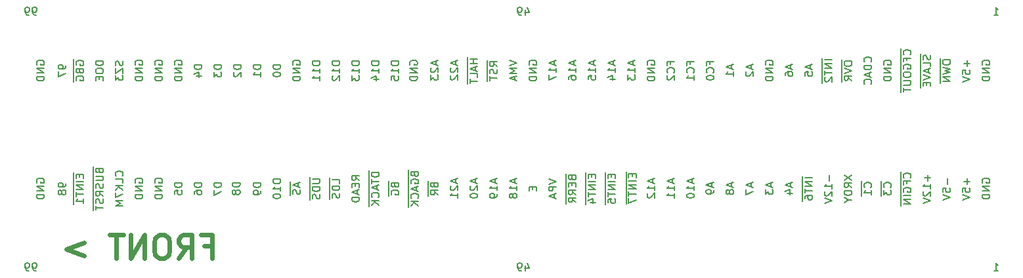
<source format=gbr>
%TF.GenerationSoftware,KiCad,Pcbnew,(6.0.0)*%
%TF.CreationDate,2022-04-24T20:10:25+02:00*%
%TF.ProjectId,ZorroDebug,5a6f7272-6f44-4656-9275-672e6b696361,rev?*%
%TF.SameCoordinates,Original*%
%TF.FileFunction,Legend,Bot*%
%TF.FilePolarity,Positive*%
%FSLAX46Y46*%
G04 Gerber Fmt 4.6, Leading zero omitted, Abs format (unit mm)*
G04 Created by KiCad (PCBNEW (6.0.0)) date 2022-04-24 20:10:25*
%MOMM*%
%LPD*%
G01*
G04 APERTURE LIST*
%ADD10C,0.150000*%
%ADD11C,0.600000*%
G04 APERTURE END LIST*
D10*
X145742380Y-87181904D02*
X144742380Y-87181904D01*
X144742380Y-87420000D01*
X144790000Y-87562857D01*
X144885238Y-87658095D01*
X144980476Y-87705714D01*
X145170952Y-87753333D01*
X145313809Y-87753333D01*
X145504285Y-87705714D01*
X145599523Y-87658095D01*
X145694761Y-87562857D01*
X145742380Y-87420000D01*
X145742380Y-87181904D01*
X145075714Y-88610476D02*
X145742380Y-88610476D01*
X144694761Y-88372380D02*
X145409047Y-88134285D01*
X145409047Y-88753333D01*
X160982380Y-86705714D02*
X159982380Y-86705714D01*
X159982380Y-86943809D01*
X160030000Y-87086666D01*
X160125238Y-87181904D01*
X160220476Y-87229523D01*
X160410952Y-87277142D01*
X160553809Y-87277142D01*
X160744285Y-87229523D01*
X160839523Y-87181904D01*
X160934761Y-87086666D01*
X160982380Y-86943809D01*
X160982380Y-86705714D01*
X160982380Y-88229523D02*
X160982380Y-87658095D01*
X160982380Y-87943809D02*
X159982380Y-87943809D01*
X160125238Y-87848571D01*
X160220476Y-87753333D01*
X160268095Y-87658095D01*
X160982380Y-89181904D02*
X160982380Y-88610476D01*
X160982380Y-88896190D02*
X159982380Y-88896190D01*
X160125238Y-88800952D01*
X160220476Y-88705714D01*
X160268095Y-88610476D01*
X241881428Y-101874285D02*
X241881428Y-102636190D01*
X241262380Y-103588571D02*
X241262380Y-103112380D01*
X241738571Y-103064761D01*
X241690952Y-103112380D01*
X241643333Y-103207619D01*
X241643333Y-103445714D01*
X241690952Y-103540952D01*
X241738571Y-103588571D01*
X241833809Y-103636190D01*
X242071904Y-103636190D01*
X242167142Y-103588571D01*
X242214761Y-103540952D01*
X242262380Y-103445714D01*
X242262380Y-103207619D01*
X242214761Y-103112380D01*
X242167142Y-103064761D01*
X241262380Y-103921904D02*
X242262380Y-104255238D01*
X241262380Y-104588571D01*
X192720000Y-101207619D02*
X192720000Y-102207619D01*
X193478571Y-101779047D02*
X193526190Y-101921904D01*
X193573809Y-101969523D01*
X193669047Y-102017142D01*
X193811904Y-102017142D01*
X193907142Y-101969523D01*
X193954761Y-101921904D01*
X194002380Y-101826666D01*
X194002380Y-101445714D01*
X193002380Y-101445714D01*
X193002380Y-101779047D01*
X193050000Y-101874285D01*
X193097619Y-101921904D01*
X193192857Y-101969523D01*
X193288095Y-101969523D01*
X193383333Y-101921904D01*
X193430952Y-101874285D01*
X193478571Y-101779047D01*
X193478571Y-101445714D01*
X192720000Y-102207619D02*
X192720000Y-103112380D01*
X193478571Y-102445714D02*
X193478571Y-102779047D01*
X194002380Y-102921904D02*
X194002380Y-102445714D01*
X193002380Y-102445714D01*
X193002380Y-102921904D01*
X192720000Y-103112380D02*
X192720000Y-104112380D01*
X194002380Y-103921904D02*
X193526190Y-103588571D01*
X194002380Y-103350476D02*
X193002380Y-103350476D01*
X193002380Y-103731428D01*
X193050000Y-103826666D01*
X193097619Y-103874285D01*
X193192857Y-103921904D01*
X193335714Y-103921904D01*
X193430952Y-103874285D01*
X193478571Y-103826666D01*
X193526190Y-103731428D01*
X193526190Y-103350476D01*
X192720000Y-104112380D02*
X192720000Y-105112380D01*
X194002380Y-104921904D02*
X193526190Y-104588571D01*
X194002380Y-104350476D02*
X193002380Y-104350476D01*
X193002380Y-104731428D01*
X193050000Y-104826666D01*
X193097619Y-104874285D01*
X193192857Y-104921904D01*
X193335714Y-104921904D01*
X193430952Y-104874285D01*
X193478571Y-104826666D01*
X193526190Y-104731428D01*
X193526190Y-104350476D01*
X182560000Y-86562857D02*
X182560000Y-87562857D01*
X183842380Y-87372380D02*
X183366190Y-87039047D01*
X183842380Y-86800952D02*
X182842380Y-86800952D01*
X182842380Y-87181904D01*
X182890000Y-87277142D01*
X182937619Y-87324761D01*
X183032857Y-87372380D01*
X183175714Y-87372380D01*
X183270952Y-87324761D01*
X183318571Y-87277142D01*
X183366190Y-87181904D01*
X183366190Y-86800952D01*
X182560000Y-87562857D02*
X182560000Y-88515238D01*
X183794761Y-87753333D02*
X183842380Y-87896190D01*
X183842380Y-88134285D01*
X183794761Y-88229523D01*
X183747142Y-88277142D01*
X183651904Y-88324761D01*
X183556666Y-88324761D01*
X183461428Y-88277142D01*
X183413809Y-88229523D01*
X183366190Y-88134285D01*
X183318571Y-87943809D01*
X183270952Y-87848571D01*
X183223333Y-87800952D01*
X183128095Y-87753333D01*
X183032857Y-87753333D01*
X182937619Y-87800952D01*
X182890000Y-87848571D01*
X182842380Y-87943809D01*
X182842380Y-88181904D01*
X182890000Y-88324761D01*
X182560000Y-88515238D02*
X182560000Y-89277142D01*
X182842380Y-88610476D02*
X182842380Y-89181904D01*
X183842380Y-88896190D02*
X182842380Y-88896190D01*
X203210000Y-87158095D02*
X203162380Y-87062857D01*
X203162380Y-86920000D01*
X203210000Y-86777142D01*
X203305238Y-86681904D01*
X203400476Y-86634285D01*
X203590952Y-86586666D01*
X203733809Y-86586666D01*
X203924285Y-86634285D01*
X204019523Y-86681904D01*
X204114761Y-86777142D01*
X204162380Y-86920000D01*
X204162380Y-87015238D01*
X204114761Y-87158095D01*
X204067142Y-87205714D01*
X203733809Y-87205714D01*
X203733809Y-87015238D01*
X204162380Y-87634285D02*
X203162380Y-87634285D01*
X204162380Y-88205714D01*
X203162380Y-88205714D01*
X204162380Y-88681904D02*
X203162380Y-88681904D01*
X203162380Y-88920000D01*
X203210000Y-89062857D01*
X203305238Y-89158095D01*
X203400476Y-89205714D01*
X203590952Y-89253333D01*
X203733809Y-89253333D01*
X203924285Y-89205714D01*
X204019523Y-89158095D01*
X204114761Y-89062857D01*
X204162380Y-88920000D01*
X204162380Y-88681904D01*
X206416666Y-101969523D02*
X206416666Y-102445714D01*
X206702380Y-101874285D02*
X205702380Y-102207619D01*
X206702380Y-102540952D01*
X206702380Y-103398095D02*
X206702380Y-102826666D01*
X206702380Y-103112380D02*
X205702380Y-103112380D01*
X205845238Y-103017142D01*
X205940476Y-102921904D01*
X205988095Y-102826666D01*
X206702380Y-104350476D02*
X206702380Y-103779047D01*
X206702380Y-104064761D02*
X205702380Y-104064761D01*
X205845238Y-103969523D01*
X205940476Y-103874285D01*
X205988095Y-103779047D01*
X235900000Y-85062857D02*
X235900000Y-86062857D01*
X237087142Y-85872380D02*
X237134761Y-85824761D01*
X237182380Y-85681904D01*
X237182380Y-85586666D01*
X237134761Y-85443809D01*
X237039523Y-85348571D01*
X236944285Y-85300952D01*
X236753809Y-85253333D01*
X236610952Y-85253333D01*
X236420476Y-85300952D01*
X236325238Y-85348571D01*
X236230000Y-85443809D01*
X236182380Y-85586666D01*
X236182380Y-85681904D01*
X236230000Y-85824761D01*
X236277619Y-85872380D01*
X235900000Y-86062857D02*
X235900000Y-86920000D01*
X236658571Y-86634285D02*
X236658571Y-86300952D01*
X237182380Y-86300952D02*
X236182380Y-86300952D01*
X236182380Y-86777142D01*
X235900000Y-86920000D02*
X235900000Y-87920000D01*
X236230000Y-87681904D02*
X236182380Y-87586666D01*
X236182380Y-87443809D01*
X236230000Y-87300952D01*
X236325238Y-87205714D01*
X236420476Y-87158095D01*
X236610952Y-87110476D01*
X236753809Y-87110476D01*
X236944285Y-87158095D01*
X237039523Y-87205714D01*
X237134761Y-87300952D01*
X237182380Y-87443809D01*
X237182380Y-87539047D01*
X237134761Y-87681904D01*
X237087142Y-87729523D01*
X236753809Y-87729523D01*
X236753809Y-87539047D01*
X235900000Y-87920000D02*
X235900000Y-88967619D01*
X236182380Y-88348571D02*
X236182380Y-88539047D01*
X236230000Y-88634285D01*
X236325238Y-88729523D01*
X236515714Y-88777142D01*
X236849047Y-88777142D01*
X237039523Y-88729523D01*
X237134761Y-88634285D01*
X237182380Y-88539047D01*
X237182380Y-88348571D01*
X237134761Y-88253333D01*
X237039523Y-88158095D01*
X236849047Y-88110476D01*
X236515714Y-88110476D01*
X236325238Y-88158095D01*
X236230000Y-88253333D01*
X236182380Y-88348571D01*
X235900000Y-88967619D02*
X235900000Y-90015238D01*
X236182380Y-89205714D02*
X236991904Y-89205714D01*
X237087142Y-89253333D01*
X237134761Y-89300952D01*
X237182380Y-89396190D01*
X237182380Y-89586666D01*
X237134761Y-89681904D01*
X237087142Y-89729523D01*
X236991904Y-89777142D01*
X236182380Y-89777142D01*
X235900000Y-90015238D02*
X235900000Y-90777142D01*
X236182380Y-90110476D02*
X236182380Y-90681904D01*
X237182380Y-90396190D02*
X236182380Y-90396190D01*
X195260000Y-101088571D02*
X195260000Y-101993333D01*
X196018571Y-101326666D02*
X196018571Y-101660000D01*
X196542380Y-101802857D02*
X196542380Y-101326666D01*
X195542380Y-101326666D01*
X195542380Y-101802857D01*
X195260000Y-101993333D02*
X195260000Y-102469523D01*
X196542380Y-102231428D02*
X195542380Y-102231428D01*
X195260000Y-102469523D02*
X195260000Y-103517142D01*
X196542380Y-102707619D02*
X195542380Y-102707619D01*
X196542380Y-103279047D01*
X195542380Y-103279047D01*
X195260000Y-103517142D02*
X195260000Y-104279047D01*
X195542380Y-103612380D02*
X195542380Y-104183809D01*
X196542380Y-103898095D02*
X195542380Y-103898095D01*
X195260000Y-104279047D02*
X195260000Y-105231428D01*
X195875714Y-104945714D02*
X196542380Y-104945714D01*
X195494761Y-104707619D02*
X196209047Y-104469523D01*
X196209047Y-105088571D01*
X129220000Y-86420000D02*
X129220000Y-87420000D01*
X129550000Y-87181904D02*
X129502380Y-87086666D01*
X129502380Y-86943809D01*
X129550000Y-86800952D01*
X129645238Y-86705714D01*
X129740476Y-86658095D01*
X129930952Y-86610476D01*
X130073809Y-86610476D01*
X130264285Y-86658095D01*
X130359523Y-86705714D01*
X130454761Y-86800952D01*
X130502380Y-86943809D01*
X130502380Y-87039047D01*
X130454761Y-87181904D01*
X130407142Y-87229523D01*
X130073809Y-87229523D01*
X130073809Y-87039047D01*
X129220000Y-87420000D02*
X129220000Y-88420000D01*
X129978571Y-87991428D02*
X130026190Y-88134285D01*
X130073809Y-88181904D01*
X130169047Y-88229523D01*
X130311904Y-88229523D01*
X130407142Y-88181904D01*
X130454761Y-88134285D01*
X130502380Y-88039047D01*
X130502380Y-87658095D01*
X129502380Y-87658095D01*
X129502380Y-87991428D01*
X129550000Y-88086666D01*
X129597619Y-88134285D01*
X129692857Y-88181904D01*
X129788095Y-88181904D01*
X129883333Y-88134285D01*
X129930952Y-88086666D01*
X129978571Y-87991428D01*
X129978571Y-87658095D01*
X129220000Y-88420000D02*
X129220000Y-89420000D01*
X129550000Y-89181904D02*
X129502380Y-89086666D01*
X129502380Y-88943809D01*
X129550000Y-88800952D01*
X129645238Y-88705714D01*
X129740476Y-88658095D01*
X129930952Y-88610476D01*
X130073809Y-88610476D01*
X130264285Y-88658095D01*
X130359523Y-88705714D01*
X130454761Y-88800952D01*
X130502380Y-88943809D01*
X130502380Y-89039047D01*
X130454761Y-89181904D01*
X130407142Y-89229523D01*
X130073809Y-89229523D01*
X130073809Y-89039047D01*
X226641428Y-101398095D02*
X226641428Y-102160000D01*
X227022380Y-103160000D02*
X227022380Y-102588571D01*
X227022380Y-102874285D02*
X226022380Y-102874285D01*
X226165238Y-102779047D01*
X226260476Y-102683809D01*
X226308095Y-102588571D01*
X226117619Y-103540952D02*
X226070000Y-103588571D01*
X226022380Y-103683809D01*
X226022380Y-103921904D01*
X226070000Y-104017142D01*
X226117619Y-104064761D01*
X226212857Y-104112380D01*
X226308095Y-104112380D01*
X226450952Y-104064761D01*
X227022380Y-103493333D01*
X227022380Y-104112380D01*
X226022380Y-104398095D02*
X227022380Y-104731428D01*
X226022380Y-105064761D01*
X131760000Y-100302857D02*
X131760000Y-101302857D01*
X132518571Y-100874285D02*
X132566190Y-101017142D01*
X132613809Y-101064761D01*
X132709047Y-101112380D01*
X132851904Y-101112380D01*
X132947142Y-101064761D01*
X132994761Y-101017142D01*
X133042380Y-100921904D01*
X133042380Y-100540952D01*
X132042380Y-100540952D01*
X132042380Y-100874285D01*
X132090000Y-100969523D01*
X132137619Y-101017142D01*
X132232857Y-101064761D01*
X132328095Y-101064761D01*
X132423333Y-101017142D01*
X132470952Y-100969523D01*
X132518571Y-100874285D01*
X132518571Y-100540952D01*
X131760000Y-101302857D02*
X131760000Y-102350476D01*
X132042380Y-101540952D02*
X132851904Y-101540952D01*
X132947142Y-101588571D01*
X132994761Y-101636190D01*
X133042380Y-101731428D01*
X133042380Y-101921904D01*
X132994761Y-102017142D01*
X132947142Y-102064761D01*
X132851904Y-102112380D01*
X132042380Y-102112380D01*
X131760000Y-102350476D02*
X131760000Y-103302857D01*
X132994761Y-102540952D02*
X133042380Y-102683809D01*
X133042380Y-102921904D01*
X132994761Y-103017142D01*
X132947142Y-103064761D01*
X132851904Y-103112380D01*
X132756666Y-103112380D01*
X132661428Y-103064761D01*
X132613809Y-103017142D01*
X132566190Y-102921904D01*
X132518571Y-102731428D01*
X132470952Y-102636190D01*
X132423333Y-102588571D01*
X132328095Y-102540952D01*
X132232857Y-102540952D01*
X132137619Y-102588571D01*
X132090000Y-102636190D01*
X132042380Y-102731428D01*
X132042380Y-102969523D01*
X132090000Y-103112380D01*
X131760000Y-103302857D02*
X131760000Y-104302857D01*
X133042380Y-104112380D02*
X132566190Y-103779047D01*
X133042380Y-103540952D02*
X132042380Y-103540952D01*
X132042380Y-103921904D01*
X132090000Y-104017142D01*
X132137619Y-104064761D01*
X132232857Y-104112380D01*
X132375714Y-104112380D01*
X132470952Y-104064761D01*
X132518571Y-104017142D01*
X132566190Y-103921904D01*
X132566190Y-103540952D01*
X131760000Y-104302857D02*
X131760000Y-105255238D01*
X132994761Y-104493333D02*
X133042380Y-104636190D01*
X133042380Y-104874285D01*
X132994761Y-104969523D01*
X132947142Y-105017142D01*
X132851904Y-105064761D01*
X132756666Y-105064761D01*
X132661428Y-105017142D01*
X132613809Y-104969523D01*
X132566190Y-104874285D01*
X132518571Y-104683809D01*
X132470952Y-104588571D01*
X132423333Y-104540952D01*
X132328095Y-104493333D01*
X132232857Y-104493333D01*
X132137619Y-104540952D01*
X132090000Y-104588571D01*
X132042380Y-104683809D01*
X132042380Y-104921904D01*
X132090000Y-105064761D01*
X131760000Y-105255238D02*
X131760000Y-106017142D01*
X132042380Y-105350476D02*
X132042380Y-105921904D01*
X133042380Y-105636190D02*
X132042380Y-105636190D01*
X148282380Y-102421904D02*
X147282380Y-102421904D01*
X147282380Y-102660000D01*
X147330000Y-102802857D01*
X147425238Y-102898095D01*
X147520476Y-102945714D01*
X147710952Y-102993333D01*
X147853809Y-102993333D01*
X148044285Y-102945714D01*
X148139523Y-102898095D01*
X148234761Y-102802857D01*
X148282380Y-102660000D01*
X148282380Y-102421904D01*
X147282380Y-103326666D02*
X147282380Y-103993333D01*
X148282380Y-103564761D01*
X216576666Y-102445714D02*
X216576666Y-102921904D01*
X216862380Y-102350476D02*
X215862380Y-102683809D01*
X216862380Y-103017142D01*
X215862380Y-103255238D02*
X215862380Y-103921904D01*
X216862380Y-103493333D01*
X185382380Y-86586666D02*
X186382380Y-86920000D01*
X185382380Y-87253333D01*
X186382380Y-87586666D02*
X185382380Y-87586666D01*
X186096666Y-87920000D01*
X185382380Y-88253333D01*
X186382380Y-88253333D01*
X186096666Y-88681904D02*
X186096666Y-89158095D01*
X186382380Y-88586666D02*
X185382380Y-88920000D01*
X186382380Y-89253333D01*
X163522380Y-86705714D02*
X162522380Y-86705714D01*
X162522380Y-86943809D01*
X162570000Y-87086666D01*
X162665238Y-87181904D01*
X162760476Y-87229523D01*
X162950952Y-87277142D01*
X163093809Y-87277142D01*
X163284285Y-87229523D01*
X163379523Y-87181904D01*
X163474761Y-87086666D01*
X163522380Y-86943809D01*
X163522380Y-86705714D01*
X163522380Y-88229523D02*
X163522380Y-87658095D01*
X163522380Y-87943809D02*
X162522380Y-87943809D01*
X162665238Y-87848571D01*
X162760476Y-87753333D01*
X162808095Y-87658095D01*
X162617619Y-88610476D02*
X162570000Y-88658095D01*
X162522380Y-88753333D01*
X162522380Y-88991428D01*
X162570000Y-89086666D01*
X162617619Y-89134285D01*
X162712857Y-89181904D01*
X162808095Y-89181904D01*
X162950952Y-89134285D01*
X163522380Y-88562857D01*
X163522380Y-89181904D01*
X167320000Y-100850476D02*
X167320000Y-101850476D01*
X168602380Y-101088571D02*
X167602380Y-101088571D01*
X167602380Y-101326666D01*
X167650000Y-101469523D01*
X167745238Y-101564761D01*
X167840476Y-101612380D01*
X168030952Y-101660000D01*
X168173809Y-101660000D01*
X168364285Y-101612380D01*
X168459523Y-101564761D01*
X168554761Y-101469523D01*
X168602380Y-101326666D01*
X168602380Y-101088571D01*
X167320000Y-101850476D02*
X167320000Y-102612380D01*
X167602380Y-101945714D02*
X167602380Y-102517142D01*
X168602380Y-102231428D02*
X167602380Y-102231428D01*
X167320000Y-102612380D02*
X167320000Y-103469523D01*
X168316666Y-102802857D02*
X168316666Y-103279047D01*
X168602380Y-102707619D02*
X167602380Y-103040952D01*
X168602380Y-103374285D01*
X167320000Y-103469523D02*
X167320000Y-104469523D01*
X168507142Y-104279047D02*
X168554761Y-104231428D01*
X168602380Y-104088571D01*
X168602380Y-103993333D01*
X168554761Y-103850476D01*
X168459523Y-103755238D01*
X168364285Y-103707619D01*
X168173809Y-103660000D01*
X168030952Y-103660000D01*
X167840476Y-103707619D01*
X167745238Y-103755238D01*
X167650000Y-103850476D01*
X167602380Y-103993333D01*
X167602380Y-104088571D01*
X167650000Y-104231428D01*
X167697619Y-104279047D01*
X167320000Y-104469523D02*
X167320000Y-105469523D01*
X168602380Y-104707619D02*
X167602380Y-104707619D01*
X168602380Y-105279047D02*
X168030952Y-104850476D01*
X167602380Y-105279047D02*
X168173809Y-104707619D01*
X139710000Y-87158095D02*
X139662380Y-87062857D01*
X139662380Y-86920000D01*
X139710000Y-86777142D01*
X139805238Y-86681904D01*
X139900476Y-86634285D01*
X140090952Y-86586666D01*
X140233809Y-86586666D01*
X140424285Y-86634285D01*
X140519523Y-86681904D01*
X140614761Y-86777142D01*
X140662380Y-86920000D01*
X140662380Y-87015238D01*
X140614761Y-87158095D01*
X140567142Y-87205714D01*
X140233809Y-87205714D01*
X140233809Y-87015238D01*
X140662380Y-87634285D02*
X139662380Y-87634285D01*
X140662380Y-88205714D01*
X139662380Y-88205714D01*
X140662380Y-88681904D02*
X139662380Y-88681904D01*
X139662380Y-88920000D01*
X139710000Y-89062857D01*
X139805238Y-89158095D01*
X139900476Y-89205714D01*
X140090952Y-89253333D01*
X140233809Y-89253333D01*
X140424285Y-89205714D01*
X140519523Y-89158095D01*
X140614761Y-89062857D01*
X140662380Y-88920000D01*
X140662380Y-88681904D01*
X221656666Y-87205714D02*
X221656666Y-87681904D01*
X221942380Y-87110476D02*
X220942380Y-87443809D01*
X221942380Y-87777142D01*
X220942380Y-88539047D02*
X220942380Y-88348571D01*
X220990000Y-88253333D01*
X221037619Y-88205714D01*
X221180476Y-88110476D01*
X221370952Y-88062857D01*
X221751904Y-88062857D01*
X221847142Y-88110476D01*
X221894761Y-88158095D01*
X221942380Y-88253333D01*
X221942380Y-88443809D01*
X221894761Y-88539047D01*
X221847142Y-88586666D01*
X221751904Y-88634285D01*
X221513809Y-88634285D01*
X221418571Y-88586666D01*
X221370952Y-88539047D01*
X221323333Y-88443809D01*
X221323333Y-88253333D01*
X221370952Y-88158095D01*
X221418571Y-88110476D01*
X221513809Y-88062857D01*
X128216387Y-102493325D02*
X128216387Y-102683801D01*
X128168768Y-102779039D01*
X128121149Y-102826658D01*
X127978292Y-102921896D01*
X127787816Y-102969515D01*
X127406864Y-102969515D01*
X127311626Y-102921896D01*
X127264007Y-102874277D01*
X127216387Y-102779039D01*
X127216387Y-102588563D01*
X127264007Y-102493325D01*
X127311626Y-102445706D01*
X127406864Y-102398087D01*
X127644959Y-102398087D01*
X127740197Y-102445706D01*
X127787816Y-102493325D01*
X127835435Y-102588563D01*
X127835435Y-102779039D01*
X127787816Y-102874277D01*
X127740197Y-102921896D01*
X127644959Y-102969515D01*
X127644959Y-103540944D02*
X127597340Y-103445706D01*
X127549721Y-103398087D01*
X127454483Y-103350468D01*
X127406864Y-103350468D01*
X127311626Y-103398087D01*
X127264007Y-103445706D01*
X127216387Y-103540944D01*
X127216387Y-103731420D01*
X127264007Y-103826658D01*
X127311626Y-103874277D01*
X127406864Y-103921896D01*
X127454483Y-103921896D01*
X127549721Y-103874277D01*
X127597340Y-103826658D01*
X127644959Y-103731420D01*
X127644959Y-103540944D01*
X127692578Y-103445706D01*
X127740197Y-103398087D01*
X127835435Y-103350468D01*
X128025911Y-103350468D01*
X128121149Y-103398087D01*
X128168768Y-103445706D01*
X128216387Y-103540944D01*
X128216387Y-103731420D01*
X128168768Y-103826658D01*
X128121149Y-103874277D01*
X128025911Y-103921896D01*
X127835435Y-103921896D01*
X127740197Y-103874277D01*
X127692578Y-103826658D01*
X127644959Y-103731420D01*
X178476666Y-86729523D02*
X178476666Y-87205714D01*
X178762380Y-86634285D02*
X177762380Y-86967619D01*
X178762380Y-87300952D01*
X177857619Y-87586666D02*
X177810000Y-87634285D01*
X177762380Y-87729523D01*
X177762380Y-87967619D01*
X177810000Y-88062857D01*
X177857619Y-88110476D01*
X177952857Y-88158095D01*
X178048095Y-88158095D01*
X178190952Y-88110476D01*
X178762380Y-87539047D01*
X178762380Y-88158095D01*
X177857619Y-88539047D02*
X177810000Y-88586666D01*
X177762380Y-88681904D01*
X177762380Y-88920000D01*
X177810000Y-89015238D01*
X177857619Y-89062857D01*
X177952857Y-89110476D01*
X178048095Y-89110476D01*
X178190952Y-89062857D01*
X178762380Y-88491428D01*
X178762380Y-89110476D01*
X142250000Y-87158095D02*
X142202380Y-87062857D01*
X142202380Y-86920000D01*
X142250000Y-86777142D01*
X142345238Y-86681904D01*
X142440476Y-86634285D01*
X142630952Y-86586666D01*
X142773809Y-86586666D01*
X142964285Y-86634285D01*
X143059523Y-86681904D01*
X143154761Y-86777142D01*
X143202380Y-86920000D01*
X143202380Y-87015238D01*
X143154761Y-87158095D01*
X143107142Y-87205714D01*
X142773809Y-87205714D01*
X142773809Y-87015238D01*
X143202380Y-87634285D02*
X142202380Y-87634285D01*
X143202380Y-88205714D01*
X142202380Y-88205714D01*
X143202380Y-88681904D02*
X142202380Y-88681904D01*
X142202380Y-88920000D01*
X142250000Y-89062857D01*
X142345238Y-89158095D01*
X142440476Y-89205714D01*
X142630952Y-89253333D01*
X142773809Y-89253333D01*
X142964285Y-89205714D01*
X143059523Y-89158095D01*
X143154761Y-89062857D01*
X143202380Y-88920000D01*
X143202380Y-88681904D01*
X233690000Y-87158095D02*
X233642380Y-87062857D01*
X233642380Y-86920000D01*
X233690000Y-86777142D01*
X233785238Y-86681904D01*
X233880476Y-86634285D01*
X234070952Y-86586666D01*
X234213809Y-86586666D01*
X234404285Y-86634285D01*
X234499523Y-86681904D01*
X234594761Y-86777142D01*
X234642380Y-86920000D01*
X234642380Y-87015238D01*
X234594761Y-87158095D01*
X234547142Y-87205714D01*
X234213809Y-87205714D01*
X234213809Y-87015238D01*
X234642380Y-87634285D02*
X233642380Y-87634285D01*
X234642380Y-88205714D01*
X233642380Y-88205714D01*
X234642380Y-88681904D02*
X233642380Y-88681904D01*
X233642380Y-88920000D01*
X233690000Y-89062857D01*
X233785238Y-89158095D01*
X233880476Y-89205714D01*
X234070952Y-89253333D01*
X234213809Y-89253333D01*
X234404285Y-89205714D01*
X234499523Y-89158095D01*
X234594761Y-89062857D01*
X234642380Y-88920000D01*
X234642380Y-88681904D01*
X203876666Y-101969523D02*
X203876666Y-102445714D01*
X204162380Y-101874285D02*
X203162380Y-102207619D01*
X204162380Y-102540952D01*
X204162380Y-103398095D02*
X204162380Y-102826666D01*
X204162380Y-103112380D02*
X203162380Y-103112380D01*
X203305238Y-103017142D01*
X203400476Y-102921904D01*
X203448095Y-102826666D01*
X203257619Y-103779047D02*
X203210000Y-103826666D01*
X203162380Y-103921904D01*
X203162380Y-104160000D01*
X203210000Y-104255238D01*
X203257619Y-104302857D01*
X203352857Y-104350476D01*
X203448095Y-104350476D01*
X203590952Y-104302857D01*
X204162380Y-103731428D01*
X204162380Y-104350476D01*
X221656666Y-102445714D02*
X221656666Y-102921904D01*
X221942380Y-102350476D02*
X220942380Y-102683809D01*
X221942380Y-103017142D01*
X221275714Y-103779047D02*
X221942380Y-103779047D01*
X220894761Y-103540952D02*
X221609047Y-103302857D01*
X221609047Y-103921904D01*
X218450000Y-87158095D02*
X218402380Y-87062857D01*
X218402380Y-86920000D01*
X218450000Y-86777142D01*
X218545238Y-86681904D01*
X218640476Y-86634285D01*
X218830952Y-86586666D01*
X218973809Y-86586666D01*
X219164285Y-86634285D01*
X219259523Y-86681904D01*
X219354761Y-86777142D01*
X219402380Y-86920000D01*
X219402380Y-87015238D01*
X219354761Y-87158095D01*
X219307142Y-87205714D01*
X218973809Y-87205714D01*
X218973809Y-87015238D01*
X219402380Y-87634285D02*
X218402380Y-87634285D01*
X219402380Y-88205714D01*
X218402380Y-88205714D01*
X219402380Y-88681904D02*
X218402380Y-88681904D01*
X218402380Y-88920000D01*
X218450000Y-89062857D01*
X218545238Y-89158095D01*
X218640476Y-89205714D01*
X218830952Y-89253333D01*
X218973809Y-89253333D01*
X219164285Y-89205714D01*
X219259523Y-89158095D01*
X219354761Y-89062857D01*
X219402380Y-88920000D01*
X219402380Y-88681904D01*
X124470000Y-87158095D02*
X124422380Y-87062857D01*
X124422380Y-86920000D01*
X124470000Y-86777142D01*
X124565238Y-86681904D01*
X124660476Y-86634285D01*
X124850952Y-86586666D01*
X124993809Y-86586666D01*
X125184285Y-86634285D01*
X125279523Y-86681904D01*
X125374761Y-86777142D01*
X125422380Y-86920000D01*
X125422380Y-87015238D01*
X125374761Y-87158095D01*
X125327142Y-87205714D01*
X124993809Y-87205714D01*
X124993809Y-87015238D01*
X125422380Y-87634285D02*
X124422380Y-87634285D01*
X125422380Y-88205714D01*
X124422380Y-88205714D01*
X125422380Y-88681904D02*
X124422380Y-88681904D01*
X124422380Y-88920000D01*
X124470000Y-89062857D01*
X124565238Y-89158095D01*
X124660476Y-89205714D01*
X124850952Y-89253333D01*
X124993809Y-89253333D01*
X125184285Y-89205714D01*
X125279523Y-89158095D01*
X125374761Y-89062857D01*
X125422380Y-88920000D01*
X125422380Y-88681904D01*
X172400000Y-100731428D02*
X172400000Y-101731428D01*
X173158571Y-101302857D02*
X173206190Y-101445714D01*
X173253809Y-101493333D01*
X173349047Y-101540952D01*
X173491904Y-101540952D01*
X173587142Y-101493333D01*
X173634761Y-101445714D01*
X173682380Y-101350476D01*
X173682380Y-100969523D01*
X172682380Y-100969523D01*
X172682380Y-101302857D01*
X172730000Y-101398095D01*
X172777619Y-101445714D01*
X172872857Y-101493333D01*
X172968095Y-101493333D01*
X173063333Y-101445714D01*
X173110952Y-101398095D01*
X173158571Y-101302857D01*
X173158571Y-100969523D01*
X172400000Y-101731428D02*
X172400000Y-102731428D01*
X172730000Y-102493333D02*
X172682380Y-102398095D01*
X172682380Y-102255238D01*
X172730000Y-102112380D01*
X172825238Y-102017142D01*
X172920476Y-101969523D01*
X173110952Y-101921904D01*
X173253809Y-101921904D01*
X173444285Y-101969523D01*
X173539523Y-102017142D01*
X173634761Y-102112380D01*
X173682380Y-102255238D01*
X173682380Y-102350476D01*
X173634761Y-102493333D01*
X173587142Y-102540952D01*
X173253809Y-102540952D01*
X173253809Y-102350476D01*
X172400000Y-102731428D02*
X172400000Y-103588571D01*
X173396666Y-102921904D02*
X173396666Y-103398095D01*
X173682380Y-102826666D02*
X172682380Y-103160000D01*
X173682380Y-103493333D01*
X172400000Y-103588571D02*
X172400000Y-104588571D01*
X173587142Y-104398095D02*
X173634761Y-104350476D01*
X173682380Y-104207619D01*
X173682380Y-104112380D01*
X173634761Y-103969523D01*
X173539523Y-103874285D01*
X173444285Y-103826666D01*
X173253809Y-103779047D01*
X173110952Y-103779047D01*
X172920476Y-103826666D01*
X172825238Y-103874285D01*
X172730000Y-103969523D01*
X172682380Y-104112380D01*
X172682380Y-104207619D01*
X172730000Y-104350476D01*
X172777619Y-104398095D01*
X172400000Y-104588571D02*
X172400000Y-105588571D01*
X173682380Y-104826666D02*
X172682380Y-104826666D01*
X173682380Y-105398095D02*
X173110952Y-104969523D01*
X172682380Y-105398095D02*
X173253809Y-104826666D01*
X219116666Y-102445714D02*
X219116666Y-102921904D01*
X219402380Y-102350476D02*
X218402380Y-102683809D01*
X219402380Y-103017142D01*
X218402380Y-103255238D02*
X218402380Y-103874285D01*
X218783333Y-103540952D01*
X218783333Y-103683809D01*
X218830952Y-103779047D01*
X218878571Y-103826666D01*
X218973809Y-103874285D01*
X219211904Y-103874285D01*
X219307142Y-103826666D01*
X219354761Y-103779047D01*
X219402380Y-103683809D01*
X219402380Y-103398095D01*
X219354761Y-103302857D01*
X219307142Y-103255238D01*
X166062380Y-86705714D02*
X165062380Y-86705714D01*
X165062380Y-86943809D01*
X165110000Y-87086666D01*
X165205238Y-87181904D01*
X165300476Y-87229523D01*
X165490952Y-87277142D01*
X165633809Y-87277142D01*
X165824285Y-87229523D01*
X165919523Y-87181904D01*
X166014761Y-87086666D01*
X166062380Y-86943809D01*
X166062380Y-86705714D01*
X166062380Y-88229523D02*
X166062380Y-87658095D01*
X166062380Y-87943809D02*
X165062380Y-87943809D01*
X165205238Y-87848571D01*
X165300476Y-87753333D01*
X165348095Y-87658095D01*
X165062380Y-88562857D02*
X165062380Y-89181904D01*
X165443333Y-88848571D01*
X165443333Y-88991428D01*
X165490952Y-89086666D01*
X165538571Y-89134285D01*
X165633809Y-89181904D01*
X165871904Y-89181904D01*
X165967142Y-89134285D01*
X166014761Y-89086666D01*
X166062380Y-88991428D01*
X166062380Y-88705714D01*
X166014761Y-88610476D01*
X165967142Y-88562857D01*
X246390000Y-102398095D02*
X246342380Y-102302857D01*
X246342380Y-102160000D01*
X246390000Y-102017142D01*
X246485238Y-101921904D01*
X246580476Y-101874285D01*
X246770952Y-101826666D01*
X246913809Y-101826666D01*
X247104285Y-101874285D01*
X247199523Y-101921904D01*
X247294761Y-102017142D01*
X247342380Y-102160000D01*
X247342380Y-102255238D01*
X247294761Y-102398095D01*
X247247142Y-102445714D01*
X246913809Y-102445714D01*
X246913809Y-102255238D01*
X247342380Y-102874285D02*
X246342380Y-102874285D01*
X247342380Y-103445714D01*
X246342380Y-103445714D01*
X247342380Y-103921904D02*
X246342380Y-103921904D01*
X246342380Y-104160000D01*
X246390000Y-104302857D01*
X246485238Y-104398095D01*
X246580476Y-104445714D01*
X246770952Y-104493333D01*
X246913809Y-104493333D01*
X247104285Y-104445714D01*
X247199523Y-104398095D01*
X247294761Y-104302857D01*
X247342380Y-104160000D01*
X247342380Y-103921904D01*
X135487142Y-101517142D02*
X135534761Y-101469523D01*
X135582380Y-101326666D01*
X135582380Y-101231428D01*
X135534761Y-101088571D01*
X135439523Y-100993333D01*
X135344285Y-100945714D01*
X135153809Y-100898095D01*
X135010952Y-100898095D01*
X134820476Y-100945714D01*
X134725238Y-100993333D01*
X134630000Y-101088571D01*
X134582380Y-101231428D01*
X134582380Y-101326666D01*
X134630000Y-101469523D01*
X134677619Y-101517142D01*
X135582380Y-102421904D02*
X135582380Y-101945714D01*
X134582380Y-101945714D01*
X135582380Y-102755238D02*
X134582380Y-102755238D01*
X135582380Y-103326666D02*
X135010952Y-102898095D01*
X134582380Y-103326666D02*
X135153809Y-102755238D01*
X134582380Y-103660000D02*
X134582380Y-104326666D01*
X135582380Y-103898095D01*
X135582380Y-104707619D02*
X134582380Y-104707619D01*
X135296666Y-105040952D01*
X134582380Y-105374285D01*
X135582380Y-105374285D01*
X206178571Y-87086666D02*
X206178571Y-86753333D01*
X206702380Y-86753333D02*
X205702380Y-86753333D01*
X205702380Y-87229523D01*
X206607142Y-88181904D02*
X206654761Y-88134285D01*
X206702380Y-87991428D01*
X206702380Y-87896190D01*
X206654761Y-87753333D01*
X206559523Y-87658095D01*
X206464285Y-87610476D01*
X206273809Y-87562857D01*
X206130952Y-87562857D01*
X205940476Y-87610476D01*
X205845238Y-87658095D01*
X205750000Y-87753333D01*
X205702380Y-87896190D01*
X205702380Y-87991428D01*
X205750000Y-88134285D01*
X205797619Y-88181904D01*
X205797619Y-88562857D02*
X205750000Y-88610476D01*
X205702380Y-88705714D01*
X205702380Y-88943809D01*
X205750000Y-89039047D01*
X205797619Y-89086666D01*
X205892857Y-89134285D01*
X205988095Y-89134285D01*
X206130952Y-89086666D01*
X206702380Y-88515238D01*
X206702380Y-89134285D01*
X190462380Y-101898095D02*
X191462380Y-102231428D01*
X190462380Y-102564761D01*
X191462380Y-102898095D02*
X190462380Y-102898095D01*
X190462380Y-103279047D01*
X190510000Y-103374285D01*
X190557619Y-103421904D01*
X190652857Y-103469523D01*
X190795714Y-103469523D01*
X190890952Y-103421904D01*
X190938571Y-103374285D01*
X190986190Y-103279047D01*
X190986190Y-102898095D01*
X191176666Y-103850476D02*
X191176666Y-104326666D01*
X191462380Y-103755238D02*
X190462380Y-104088571D01*
X191462380Y-104421904D01*
X169860000Y-102160000D02*
X169860000Y-103160000D01*
X170618571Y-102731428D02*
X170666190Y-102874285D01*
X170713809Y-102921904D01*
X170809047Y-102969523D01*
X170951904Y-102969523D01*
X171047142Y-102921904D01*
X171094761Y-102874285D01*
X171142380Y-102779047D01*
X171142380Y-102398095D01*
X170142380Y-102398095D01*
X170142380Y-102731428D01*
X170190000Y-102826666D01*
X170237619Y-102874285D01*
X170332857Y-102921904D01*
X170428095Y-102921904D01*
X170523333Y-102874285D01*
X170570952Y-102826666D01*
X170618571Y-102731428D01*
X170618571Y-102398095D01*
X169860000Y-103160000D02*
X169860000Y-104160000D01*
X170190000Y-103921904D02*
X170142380Y-103826666D01*
X170142380Y-103683809D01*
X170190000Y-103540952D01*
X170285238Y-103445714D01*
X170380476Y-103398095D01*
X170570952Y-103350476D01*
X170713809Y-103350476D01*
X170904285Y-103398095D01*
X170999523Y-103445714D01*
X171094761Y-103540952D01*
X171142380Y-103683809D01*
X171142380Y-103779047D01*
X171094761Y-103921904D01*
X171047142Y-103969523D01*
X170713809Y-103969523D01*
X170713809Y-103779047D01*
X174940000Y-102160000D02*
X174940000Y-103160000D01*
X175698571Y-102731428D02*
X175746190Y-102874285D01*
X175793809Y-102921904D01*
X175889047Y-102969523D01*
X176031904Y-102969523D01*
X176127142Y-102921904D01*
X176174761Y-102874285D01*
X176222380Y-102779047D01*
X176222380Y-102398095D01*
X175222380Y-102398095D01*
X175222380Y-102731428D01*
X175270000Y-102826666D01*
X175317619Y-102874285D01*
X175412857Y-102921904D01*
X175508095Y-102921904D01*
X175603333Y-102874285D01*
X175650952Y-102826666D01*
X175698571Y-102731428D01*
X175698571Y-102398095D01*
X174940000Y-103160000D02*
X174940000Y-104160000D01*
X176222380Y-103969523D02*
X175746190Y-103636190D01*
X176222380Y-103398095D02*
X175222380Y-103398095D01*
X175222380Y-103779047D01*
X175270000Y-103874285D01*
X175317619Y-103921904D01*
X175412857Y-103969523D01*
X175555714Y-103969523D01*
X175650952Y-103921904D01*
X175698571Y-103874285D01*
X175746190Y-103779047D01*
X175746190Y-103398095D01*
X150675851Y-102394312D02*
X149675851Y-102394312D01*
X149675851Y-102632408D01*
X149723471Y-102775265D01*
X149818709Y-102870503D01*
X149913947Y-102918122D01*
X150104423Y-102965741D01*
X150247280Y-102965741D01*
X150437756Y-102918122D01*
X150532994Y-102870503D01*
X150628232Y-102775265D01*
X150675851Y-102632408D01*
X150675851Y-102394312D01*
X150104423Y-103537169D02*
X150056804Y-103441931D01*
X150009185Y-103394312D01*
X149913947Y-103346693D01*
X149866328Y-103346693D01*
X149771090Y-103394312D01*
X149723471Y-103441931D01*
X149675851Y-103537169D01*
X149675851Y-103727646D01*
X149723471Y-103822884D01*
X149771090Y-103870503D01*
X149866328Y-103918122D01*
X149913947Y-103918122D01*
X150009185Y-103870503D01*
X150056804Y-103822884D01*
X150104423Y-103727646D01*
X150104423Y-103537169D01*
X150152042Y-103441931D01*
X150199661Y-103394312D01*
X150294899Y-103346693D01*
X150485375Y-103346693D01*
X150580613Y-103394312D01*
X150628232Y-103441931D01*
X150675851Y-103537169D01*
X150675851Y-103727646D01*
X150628232Y-103822884D01*
X150580613Y-103870503D01*
X150485375Y-103918122D01*
X150294899Y-103918122D01*
X150199661Y-103870503D01*
X150152042Y-103822884D01*
X150104423Y-103727646D01*
X238440000Y-85729523D02*
X238440000Y-86681904D01*
X239674761Y-85920000D02*
X239722380Y-86062857D01*
X239722380Y-86300952D01*
X239674761Y-86396190D01*
X239627142Y-86443809D01*
X239531904Y-86491428D01*
X239436666Y-86491428D01*
X239341428Y-86443809D01*
X239293809Y-86396190D01*
X239246190Y-86300952D01*
X239198571Y-86110476D01*
X239150952Y-86015238D01*
X239103333Y-85967619D01*
X239008095Y-85920000D01*
X238912857Y-85920000D01*
X238817619Y-85967619D01*
X238770000Y-86015238D01*
X238722380Y-86110476D01*
X238722380Y-86348571D01*
X238770000Y-86491428D01*
X238440000Y-86681904D02*
X238440000Y-87491428D01*
X239722380Y-87396190D02*
X239722380Y-86920000D01*
X238722380Y-86920000D01*
X238440000Y-87491428D02*
X238440000Y-88348571D01*
X239436666Y-87681904D02*
X239436666Y-88158095D01*
X239722380Y-87586666D02*
X238722380Y-87920000D01*
X239722380Y-88253333D01*
X238440000Y-88348571D02*
X238440000Y-89205714D01*
X238722380Y-88443809D02*
X239722380Y-88777142D01*
X238722380Y-89110476D01*
X238440000Y-89205714D02*
X238440000Y-90110476D01*
X239198571Y-89443809D02*
X239198571Y-89777142D01*
X239722380Y-89920000D02*
X239722380Y-89443809D01*
X238722380Y-89443809D01*
X238722380Y-89920000D01*
X200469878Y-101027763D02*
X200469878Y-101932525D01*
X201228449Y-101265858D02*
X201228449Y-101599192D01*
X201752258Y-101742049D02*
X201752258Y-101265858D01*
X200752258Y-101265858D01*
X200752258Y-101742049D01*
X200469878Y-101932525D02*
X200469878Y-102408715D01*
X201752258Y-102170620D02*
X200752258Y-102170620D01*
X200469878Y-102408715D02*
X200469878Y-103456334D01*
X201752258Y-102646811D02*
X200752258Y-102646811D01*
X201752258Y-103218239D01*
X200752258Y-103218239D01*
X200469878Y-103456334D02*
X200469878Y-104218239D01*
X200752258Y-103551572D02*
X200752258Y-104123001D01*
X201752258Y-103837287D02*
X200752258Y-103837287D01*
X200469878Y-104218239D02*
X200469878Y-105170620D01*
X200752258Y-104361096D02*
X200752258Y-105027763D01*
X201752258Y-104599192D01*
X137170000Y-87158095D02*
X137122380Y-87062857D01*
X137122380Y-86920000D01*
X137170000Y-86777142D01*
X137265238Y-86681904D01*
X137360476Y-86634285D01*
X137550952Y-86586666D01*
X137693809Y-86586666D01*
X137884285Y-86634285D01*
X137979523Y-86681904D01*
X138074761Y-86777142D01*
X138122380Y-86920000D01*
X138122380Y-87015238D01*
X138074761Y-87158095D01*
X138027142Y-87205714D01*
X137693809Y-87205714D01*
X137693809Y-87015238D01*
X138122380Y-87634285D02*
X137122380Y-87634285D01*
X138122380Y-88205714D01*
X137122380Y-88205714D01*
X138122380Y-88681904D02*
X137122380Y-88681904D01*
X137122380Y-88920000D01*
X137170000Y-89062857D01*
X137265238Y-89158095D01*
X137360476Y-89205714D01*
X137550952Y-89253333D01*
X137693809Y-89253333D01*
X137884285Y-89205714D01*
X137979523Y-89158095D01*
X138074761Y-89062857D01*
X138122380Y-88920000D01*
X138122380Y-88681904D01*
X208956666Y-101969523D02*
X208956666Y-102445714D01*
X209242380Y-101874285D02*
X208242380Y-102207619D01*
X209242380Y-102540952D01*
X209242380Y-103398095D02*
X209242380Y-102826666D01*
X209242380Y-103112380D02*
X208242380Y-103112380D01*
X208385238Y-103017142D01*
X208480476Y-102921904D01*
X208528095Y-102826666D01*
X208242380Y-104017142D02*
X208242380Y-104112380D01*
X208290000Y-104207619D01*
X208337619Y-104255238D01*
X208432857Y-104302857D01*
X208623333Y-104350476D01*
X208861428Y-104350476D01*
X209051904Y-104302857D01*
X209147142Y-104255238D01*
X209194761Y-104207619D01*
X209242380Y-104112380D01*
X209242380Y-104017142D01*
X209194761Y-103921904D01*
X209147142Y-103874285D01*
X209051904Y-103826666D01*
X208861428Y-103779047D01*
X208623333Y-103779047D01*
X208432857Y-103826666D01*
X208337619Y-103874285D01*
X208290000Y-103921904D01*
X208242380Y-104017142D01*
X171142380Y-86705714D02*
X170142380Y-86705714D01*
X170142380Y-86943809D01*
X170190000Y-87086666D01*
X170285238Y-87181904D01*
X170380476Y-87229523D01*
X170570952Y-87277142D01*
X170713809Y-87277142D01*
X170904285Y-87229523D01*
X170999523Y-87181904D01*
X171094761Y-87086666D01*
X171142380Y-86943809D01*
X171142380Y-86705714D01*
X171142380Y-88229523D02*
X171142380Y-87658095D01*
X171142380Y-87943809D02*
X170142380Y-87943809D01*
X170285238Y-87848571D01*
X170380476Y-87753333D01*
X170428095Y-87658095D01*
X170142380Y-89134285D02*
X170142380Y-88658095D01*
X170618571Y-88610476D01*
X170570952Y-88658095D01*
X170523333Y-88753333D01*
X170523333Y-88991428D01*
X170570952Y-89086666D01*
X170618571Y-89134285D01*
X170713809Y-89181904D01*
X170951904Y-89181904D01*
X171047142Y-89134285D01*
X171094761Y-89086666D01*
X171142380Y-88991428D01*
X171142380Y-88753333D01*
X171094761Y-88658095D01*
X171047142Y-88610476D01*
X235900000Y-100969523D02*
X235900000Y-101969523D01*
X237087142Y-101779047D02*
X237134761Y-101731428D01*
X237182380Y-101588571D01*
X237182380Y-101493333D01*
X237134761Y-101350476D01*
X237039523Y-101255238D01*
X236944285Y-101207619D01*
X236753809Y-101160000D01*
X236610952Y-101160000D01*
X236420476Y-101207619D01*
X236325238Y-101255238D01*
X236230000Y-101350476D01*
X236182380Y-101493333D01*
X236182380Y-101588571D01*
X236230000Y-101731428D01*
X236277619Y-101779047D01*
X235900000Y-101969523D02*
X235900000Y-102826666D01*
X236658571Y-102540952D02*
X236658571Y-102207619D01*
X237182380Y-102207619D02*
X236182380Y-102207619D01*
X236182380Y-102683809D01*
X235900000Y-102826666D02*
X235900000Y-103826666D01*
X236230000Y-103588571D02*
X236182380Y-103493333D01*
X236182380Y-103350476D01*
X236230000Y-103207619D01*
X236325238Y-103112380D01*
X236420476Y-103064761D01*
X236610952Y-103017142D01*
X236753809Y-103017142D01*
X236944285Y-103064761D01*
X237039523Y-103112380D01*
X237134761Y-103207619D01*
X237182380Y-103350476D01*
X237182380Y-103445714D01*
X237134761Y-103588571D01*
X237087142Y-103636190D01*
X236753809Y-103636190D01*
X236753809Y-103445714D01*
X235900000Y-103826666D02*
X235900000Y-104302857D01*
X237182380Y-104064761D02*
X236182380Y-104064761D01*
X235900000Y-104302857D02*
X235900000Y-105350476D01*
X237182380Y-104540952D02*
X236182380Y-104540952D01*
X237182380Y-105112380D01*
X236182380Y-105112380D01*
X148282380Y-87181904D02*
X147282380Y-87181904D01*
X147282380Y-87420000D01*
X147330000Y-87562857D01*
X147425238Y-87658095D01*
X147520476Y-87705714D01*
X147710952Y-87753333D01*
X147853809Y-87753333D01*
X148044285Y-87705714D01*
X148139523Y-87658095D01*
X148234761Y-87562857D01*
X148282380Y-87420000D01*
X148282380Y-87181904D01*
X147282380Y-88086666D02*
X147282380Y-88705714D01*
X147663333Y-88372380D01*
X147663333Y-88515238D01*
X147710952Y-88610476D01*
X147758571Y-88658095D01*
X147853809Y-88705714D01*
X148091904Y-88705714D01*
X148187142Y-88658095D01*
X148234761Y-88610476D01*
X148282380Y-88515238D01*
X148282380Y-88229523D01*
X148234761Y-88134285D01*
X148187142Y-88086666D01*
X187970000Y-87158095D02*
X187922380Y-87062857D01*
X187922380Y-86920000D01*
X187970000Y-86777142D01*
X188065238Y-86681904D01*
X188160476Y-86634285D01*
X188350952Y-86586666D01*
X188493809Y-86586666D01*
X188684285Y-86634285D01*
X188779523Y-86681904D01*
X188874761Y-86777142D01*
X188922380Y-86920000D01*
X188922380Y-87015238D01*
X188874761Y-87158095D01*
X188827142Y-87205714D01*
X188493809Y-87205714D01*
X188493809Y-87015238D01*
X188922380Y-87634285D02*
X187922380Y-87634285D01*
X188922380Y-88205714D01*
X187922380Y-88205714D01*
X188922380Y-88681904D02*
X187922380Y-88681904D01*
X187922380Y-88920000D01*
X187970000Y-89062857D01*
X188065238Y-89158095D01*
X188160476Y-89205714D01*
X188350952Y-89253333D01*
X188493809Y-89253333D01*
X188684285Y-89205714D01*
X188779523Y-89158095D01*
X188874761Y-89062857D01*
X188922380Y-88920000D01*
X188922380Y-88681904D01*
X228280000Y-86467619D02*
X228280000Y-87515238D01*
X228562380Y-86896190D02*
X228562380Y-87086666D01*
X228610000Y-87181904D01*
X228705238Y-87277142D01*
X228895714Y-87324761D01*
X229229047Y-87324761D01*
X229419523Y-87277142D01*
X229514761Y-87181904D01*
X229562380Y-87086666D01*
X229562380Y-86896190D01*
X229514761Y-86800952D01*
X229419523Y-86705714D01*
X229229047Y-86658095D01*
X228895714Y-86658095D01*
X228705238Y-86705714D01*
X228610000Y-86800952D01*
X228562380Y-86896190D01*
X228280000Y-87515238D02*
X228280000Y-88372380D01*
X228562380Y-87610476D02*
X229562380Y-87943809D01*
X228562380Y-88277142D01*
X228280000Y-88372380D02*
X228280000Y-89372380D01*
X229562380Y-89181904D02*
X229086190Y-88848571D01*
X229562380Y-88610476D02*
X228562380Y-88610476D01*
X228562380Y-88991428D01*
X228610000Y-89086666D01*
X228657619Y-89134285D01*
X228752857Y-89181904D01*
X228895714Y-89181904D01*
X228990952Y-89134285D01*
X229038571Y-89086666D01*
X229086190Y-88991428D01*
X229086190Y-88610476D01*
X211485797Y-102412133D02*
X211485797Y-102888323D01*
X211771511Y-102316895D02*
X210771511Y-102650228D01*
X211771511Y-102983561D01*
X211771511Y-103364514D02*
X211771511Y-103554990D01*
X211723892Y-103650228D01*
X211676273Y-103697847D01*
X211533416Y-103793085D01*
X211342940Y-103840704D01*
X210961988Y-103840704D01*
X210866750Y-103793085D01*
X210819131Y-103745466D01*
X210771511Y-103650228D01*
X210771511Y-103459752D01*
X210819131Y-103364514D01*
X210866750Y-103316895D01*
X210961988Y-103269276D01*
X211200083Y-103269276D01*
X211295321Y-103316895D01*
X211342940Y-103364514D01*
X211390559Y-103459752D01*
X211390559Y-103650228D01*
X211342940Y-103745466D01*
X211295321Y-103793085D01*
X211200083Y-103840704D01*
X157160000Y-102255238D02*
X157160000Y-103112380D01*
X158156666Y-102445714D02*
X158156666Y-102921904D01*
X158442380Y-102350476D02*
X157442380Y-102683809D01*
X158442380Y-103017142D01*
X157160000Y-103112380D02*
X157160000Y-104064761D01*
X158394761Y-103302857D02*
X158442380Y-103445714D01*
X158442380Y-103683809D01*
X158394761Y-103779047D01*
X158347142Y-103826666D01*
X158251904Y-103874285D01*
X158156666Y-103874285D01*
X158061428Y-103826666D01*
X158013809Y-103779047D01*
X157966190Y-103683809D01*
X157918571Y-103493333D01*
X157870952Y-103398095D01*
X157823333Y-103350476D01*
X157728095Y-103302857D01*
X157632857Y-103302857D01*
X157537619Y-103350476D01*
X157490000Y-103398095D01*
X157442380Y-103493333D01*
X157442380Y-103731428D01*
X157490000Y-103874285D01*
X233360000Y-102183809D02*
X233360000Y-103183809D01*
X234547142Y-102993333D02*
X234594761Y-102945714D01*
X234642380Y-102802857D01*
X234642380Y-102707619D01*
X234594761Y-102564761D01*
X234499523Y-102469523D01*
X234404285Y-102421904D01*
X234213809Y-102374285D01*
X234070952Y-102374285D01*
X233880476Y-102421904D01*
X233785238Y-102469523D01*
X233690000Y-102564761D01*
X233642380Y-102707619D01*
X233642380Y-102802857D01*
X233690000Y-102945714D01*
X233737619Y-102993333D01*
X233360000Y-103183809D02*
X233360000Y-104136190D01*
X233642380Y-103326666D02*
X233642380Y-103945714D01*
X234023333Y-103612380D01*
X234023333Y-103755238D01*
X234070952Y-103850476D01*
X234118571Y-103898095D01*
X234213809Y-103945714D01*
X234451904Y-103945714D01*
X234547142Y-103898095D01*
X234594761Y-103850476D01*
X234642380Y-103755238D01*
X234642380Y-103469523D01*
X234594761Y-103374285D01*
X234547142Y-103326666D01*
X244421428Y-86634285D02*
X244421428Y-87396190D01*
X244802380Y-87015238D02*
X244040476Y-87015238D01*
X243802380Y-88348571D02*
X243802380Y-87872380D01*
X244278571Y-87824761D01*
X244230952Y-87872380D01*
X244183333Y-87967619D01*
X244183333Y-88205714D01*
X244230952Y-88300952D01*
X244278571Y-88348571D01*
X244373809Y-88396190D01*
X244611904Y-88396190D01*
X244707142Y-88348571D01*
X244754761Y-88300952D01*
X244802380Y-88205714D01*
X244802380Y-87967619D01*
X244754761Y-87872380D01*
X244707142Y-87824761D01*
X243802380Y-88681904D02*
X244802380Y-89015238D01*
X243802380Y-89348571D01*
X196256666Y-86729523D02*
X196256666Y-87205714D01*
X196542380Y-86634285D02*
X195542380Y-86967619D01*
X196542380Y-87300952D01*
X196542380Y-88158095D02*
X196542380Y-87586666D01*
X196542380Y-87872380D02*
X195542380Y-87872380D01*
X195685238Y-87777142D01*
X195780476Y-87681904D01*
X195828095Y-87586666D01*
X195542380Y-89062857D02*
X195542380Y-88586666D01*
X196018571Y-88539047D01*
X195970952Y-88586666D01*
X195923333Y-88681904D01*
X195923333Y-88920000D01*
X195970952Y-89015238D01*
X196018571Y-89062857D01*
X196113809Y-89110476D01*
X196351904Y-89110476D01*
X196447142Y-89062857D01*
X196494761Y-89015238D01*
X196542380Y-88920000D01*
X196542380Y-88681904D01*
X196494761Y-88586666D01*
X196447142Y-88539047D01*
X214036666Y-87205714D02*
X214036666Y-87681904D01*
X214322380Y-87110476D02*
X213322380Y-87443809D01*
X214322380Y-87777142D01*
X214322380Y-88634285D02*
X214322380Y-88062857D01*
X214322380Y-88348571D02*
X213322380Y-88348571D01*
X213465238Y-88253333D01*
X213560476Y-88158095D01*
X213608095Y-88062857D01*
X157490000Y-87158095D02*
X157442380Y-87062857D01*
X157442380Y-86920000D01*
X157490000Y-86777142D01*
X157585238Y-86681904D01*
X157680476Y-86634285D01*
X157870952Y-86586666D01*
X158013809Y-86586666D01*
X158204285Y-86634285D01*
X158299523Y-86681904D01*
X158394761Y-86777142D01*
X158442380Y-86920000D01*
X158442380Y-87015238D01*
X158394761Y-87158095D01*
X158347142Y-87205714D01*
X158013809Y-87205714D01*
X158013809Y-87015238D01*
X158442380Y-87634285D02*
X157442380Y-87634285D01*
X158442380Y-88205714D01*
X157442380Y-88205714D01*
X158442380Y-88681904D02*
X157442380Y-88681904D01*
X157442380Y-88920000D01*
X157490000Y-89062857D01*
X157585238Y-89158095D01*
X157680476Y-89205714D01*
X157870952Y-89253333D01*
X158013809Y-89253333D01*
X158204285Y-89205714D01*
X158299523Y-89158095D01*
X158394761Y-89062857D01*
X158442380Y-88920000D01*
X158442380Y-88681904D01*
X197800000Y-101088571D02*
X197800000Y-101993333D01*
X198558571Y-101326666D02*
X198558571Y-101660000D01*
X199082380Y-101802857D02*
X199082380Y-101326666D01*
X198082380Y-101326666D01*
X198082380Y-101802857D01*
X197800000Y-101993333D02*
X197800000Y-102469523D01*
X199082380Y-102231428D02*
X198082380Y-102231428D01*
X197800000Y-102469523D02*
X197800000Y-103517142D01*
X199082380Y-102707619D02*
X198082380Y-102707619D01*
X199082380Y-103279047D01*
X198082380Y-103279047D01*
X197800000Y-103517142D02*
X197800000Y-104279047D01*
X198082380Y-103612380D02*
X198082380Y-104183809D01*
X199082380Y-103898095D02*
X198082380Y-103898095D01*
X197800000Y-104279047D02*
X197800000Y-105231428D01*
X198082380Y-104993333D02*
X198082380Y-104517142D01*
X198558571Y-104469523D01*
X198510952Y-104517142D01*
X198463333Y-104612380D01*
X198463333Y-104850476D01*
X198510952Y-104945714D01*
X198558571Y-104993333D01*
X198653809Y-105040952D01*
X198891904Y-105040952D01*
X198987142Y-104993333D01*
X199034761Y-104945714D01*
X199082380Y-104850476D01*
X199082380Y-104612380D01*
X199034761Y-104517142D01*
X198987142Y-104469523D01*
X129220000Y-101088571D02*
X129220000Y-101993333D01*
X129978571Y-101326666D02*
X129978571Y-101660000D01*
X130502380Y-101802857D02*
X130502380Y-101326666D01*
X129502380Y-101326666D01*
X129502380Y-101802857D01*
X129220000Y-101993333D02*
X129220000Y-102469523D01*
X130502380Y-102231428D02*
X129502380Y-102231428D01*
X129220000Y-102469523D02*
X129220000Y-103517142D01*
X130502380Y-102707619D02*
X129502380Y-102707619D01*
X130502380Y-103279047D01*
X129502380Y-103279047D01*
X129220000Y-103517142D02*
X129220000Y-104279047D01*
X129502380Y-103612380D02*
X129502380Y-104183809D01*
X130502380Y-103898095D02*
X129502380Y-103898095D01*
X129220000Y-104279047D02*
X129220000Y-105231428D01*
X130502380Y-105040952D02*
X130502380Y-104469523D01*
X130502380Y-104755238D02*
X129502380Y-104755238D01*
X129645238Y-104660000D01*
X129740476Y-104564761D01*
X129788095Y-104469523D01*
X180020000Y-86181904D02*
X180020000Y-87229523D01*
X181302380Y-86420000D02*
X180302380Y-86420000D01*
X180778571Y-86420000D02*
X180778571Y-86991428D01*
X181302380Y-86991428D02*
X180302380Y-86991428D01*
X180020000Y-87229523D02*
X180020000Y-88086666D01*
X181016666Y-87420000D02*
X181016666Y-87896190D01*
X181302380Y-87324761D02*
X180302380Y-87658095D01*
X181302380Y-87991428D01*
X180020000Y-88086666D02*
X180020000Y-88896190D01*
X181302380Y-88800952D02*
X181302380Y-88324761D01*
X180302380Y-88324761D01*
X180020000Y-88896190D02*
X180020000Y-89658095D01*
X180302380Y-88991428D02*
X180302380Y-89562857D01*
X181302380Y-89277142D02*
X180302380Y-89277142D01*
X201336666Y-86729523D02*
X201336666Y-87205714D01*
X201622380Y-86634285D02*
X200622380Y-86967619D01*
X201622380Y-87300952D01*
X201622380Y-88158095D02*
X201622380Y-87586666D01*
X201622380Y-87872380D02*
X200622380Y-87872380D01*
X200765238Y-87777142D01*
X200860476Y-87681904D01*
X200908095Y-87586666D01*
X200622380Y-88491428D02*
X200622380Y-89110476D01*
X201003333Y-88777142D01*
X201003333Y-88920000D01*
X201050952Y-89015238D01*
X201098571Y-89062857D01*
X201193809Y-89110476D01*
X201431904Y-89110476D01*
X201527142Y-89062857D01*
X201574761Y-89015238D01*
X201622380Y-88920000D01*
X201622380Y-88634285D01*
X201574761Y-88539047D01*
X201527142Y-88491428D01*
X186096666Y-101969523D02*
X186096666Y-102445714D01*
X186382380Y-101874285D02*
X185382380Y-102207619D01*
X186382380Y-102540952D01*
X186382380Y-103398095D02*
X186382380Y-102826666D01*
X186382380Y-103112380D02*
X185382380Y-103112380D01*
X185525238Y-103017142D01*
X185620476Y-102921904D01*
X185668095Y-102826666D01*
X185810952Y-103969523D02*
X185763333Y-103874285D01*
X185715714Y-103826666D01*
X185620476Y-103779047D01*
X185572857Y-103779047D01*
X185477619Y-103826666D01*
X185430000Y-103874285D01*
X185382380Y-103969523D01*
X185382380Y-104160000D01*
X185430000Y-104255238D01*
X185477619Y-104302857D01*
X185572857Y-104350476D01*
X185620476Y-104350476D01*
X185715714Y-104302857D01*
X185763333Y-104255238D01*
X185810952Y-104160000D01*
X185810952Y-103969523D01*
X185858571Y-103874285D01*
X185906190Y-103826666D01*
X186001428Y-103779047D01*
X186191904Y-103779047D01*
X186287142Y-103826666D01*
X186334761Y-103874285D01*
X186382380Y-103969523D01*
X186382380Y-104160000D01*
X186334761Y-104255238D01*
X186287142Y-104302857D01*
X186191904Y-104350476D01*
X186001428Y-104350476D01*
X185906190Y-104302857D01*
X185858571Y-104255238D01*
X185810952Y-104160000D01*
X246390000Y-87158095D02*
X246342380Y-87062857D01*
X246342380Y-86920000D01*
X246390000Y-86777142D01*
X246485238Y-86681904D01*
X246580476Y-86634285D01*
X246770952Y-86586666D01*
X246913809Y-86586666D01*
X247104285Y-86634285D01*
X247199523Y-86681904D01*
X247294761Y-86777142D01*
X247342380Y-86920000D01*
X247342380Y-87015238D01*
X247294761Y-87158095D01*
X247247142Y-87205714D01*
X246913809Y-87205714D01*
X246913809Y-87015238D01*
X247342380Y-87634285D02*
X246342380Y-87634285D01*
X247342380Y-88205714D01*
X246342380Y-88205714D01*
X247342380Y-88681904D02*
X246342380Y-88681904D01*
X246342380Y-88920000D01*
X246390000Y-89062857D01*
X246485238Y-89158095D01*
X246580476Y-89205714D01*
X246770952Y-89253333D01*
X246913809Y-89253333D01*
X247104285Y-89205714D01*
X247199523Y-89158095D01*
X247294761Y-89062857D01*
X247342380Y-88920000D01*
X247342380Y-88681904D01*
D11*
X146027142Y-110565714D02*
X147027142Y-110565714D01*
X147027142Y-112137142D02*
X147027142Y-109137142D01*
X145598571Y-109137142D01*
X142741428Y-112137142D02*
X143741428Y-110708571D01*
X144455714Y-112137142D02*
X144455714Y-109137142D01*
X143312857Y-109137142D01*
X143027142Y-109280000D01*
X142884285Y-109422857D01*
X142741428Y-109708571D01*
X142741428Y-110137142D01*
X142884285Y-110422857D01*
X143027142Y-110565714D01*
X143312857Y-110708571D01*
X144455714Y-110708571D01*
X140884285Y-109137142D02*
X140312857Y-109137142D01*
X140027142Y-109280000D01*
X139741428Y-109565714D01*
X139598571Y-110137142D01*
X139598571Y-111137142D01*
X139741428Y-111708571D01*
X140027142Y-111994285D01*
X140312857Y-112137142D01*
X140884285Y-112137142D01*
X141170000Y-111994285D01*
X141455714Y-111708571D01*
X141598571Y-111137142D01*
X141598571Y-110137142D01*
X141455714Y-109565714D01*
X141170000Y-109280000D01*
X140884285Y-109137142D01*
X138312857Y-112137142D02*
X138312857Y-109137142D01*
X136598571Y-112137142D01*
X136598571Y-109137142D01*
X135598571Y-109137142D02*
X133884285Y-109137142D01*
X134741428Y-112137142D02*
X134741428Y-109137142D01*
X130598571Y-110137142D02*
X128312857Y-110994285D01*
X130598571Y-111851428D01*
D10*
X128216387Y-87253325D02*
X128216387Y-87443801D01*
X128168768Y-87539039D01*
X128121149Y-87586658D01*
X127978292Y-87681896D01*
X127787816Y-87729515D01*
X127406864Y-87729515D01*
X127311626Y-87681896D01*
X127264007Y-87634277D01*
X127216387Y-87539039D01*
X127216387Y-87348563D01*
X127264007Y-87253325D01*
X127311626Y-87205706D01*
X127406864Y-87158087D01*
X127644959Y-87158087D01*
X127740197Y-87205706D01*
X127787816Y-87253325D01*
X127835435Y-87348563D01*
X127835435Y-87539039D01*
X127787816Y-87634277D01*
X127740197Y-87681896D01*
X127644959Y-87729515D01*
X127216387Y-88062849D02*
X127216387Y-88729515D01*
X128216387Y-88300944D01*
X191176666Y-86729523D02*
X191176666Y-87205714D01*
X191462380Y-86634285D02*
X190462380Y-86967619D01*
X191462380Y-87300952D01*
X191462380Y-88158095D02*
X191462380Y-87586666D01*
X191462380Y-87872380D02*
X190462380Y-87872380D01*
X190605238Y-87777142D01*
X190700476Y-87681904D01*
X190748095Y-87586666D01*
X190462380Y-88491428D02*
X190462380Y-89158095D01*
X191462380Y-88729523D01*
X133042380Y-86681904D02*
X132042380Y-86681904D01*
X132042380Y-86920000D01*
X132090000Y-87062857D01*
X132185238Y-87158095D01*
X132280476Y-87205714D01*
X132470952Y-87253333D01*
X132613809Y-87253333D01*
X132804285Y-87205714D01*
X132899523Y-87158095D01*
X132994761Y-87062857D01*
X133042380Y-86920000D01*
X133042380Y-86681904D01*
X132042380Y-87872380D02*
X132042380Y-88062857D01*
X132090000Y-88158095D01*
X132185238Y-88253333D01*
X132375714Y-88300952D01*
X132709047Y-88300952D01*
X132899523Y-88253333D01*
X132994761Y-88158095D01*
X133042380Y-88062857D01*
X133042380Y-87872380D01*
X132994761Y-87777142D01*
X132899523Y-87681904D01*
X132709047Y-87634285D01*
X132375714Y-87634285D01*
X132185238Y-87681904D01*
X132090000Y-87777142D01*
X132042380Y-87872380D01*
X132518571Y-88729523D02*
X132518571Y-89062857D01*
X133042380Y-89205714D02*
X133042380Y-88729523D01*
X132042380Y-88729523D01*
X132042380Y-89205714D01*
X208718571Y-87086666D02*
X208718571Y-86753333D01*
X209242380Y-86753333D02*
X208242380Y-86753333D01*
X208242380Y-87229523D01*
X209147142Y-88181904D02*
X209194761Y-88134285D01*
X209242380Y-87991428D01*
X209242380Y-87896190D01*
X209194761Y-87753333D01*
X209099523Y-87658095D01*
X209004285Y-87610476D01*
X208813809Y-87562857D01*
X208670952Y-87562857D01*
X208480476Y-87610476D01*
X208385238Y-87658095D01*
X208290000Y-87753333D01*
X208242380Y-87896190D01*
X208242380Y-87991428D01*
X208290000Y-88134285D01*
X208337619Y-88181904D01*
X209242380Y-89134285D02*
X209242380Y-88562857D01*
X209242380Y-88848571D02*
X208242380Y-88848571D01*
X208385238Y-88753333D01*
X208480476Y-88658095D01*
X208528095Y-88562857D01*
X162240000Y-101779047D02*
X162240000Y-102588571D01*
X163522380Y-102493333D02*
X163522380Y-102017142D01*
X162522380Y-102017142D01*
X162240000Y-102588571D02*
X162240000Y-103588571D01*
X163522380Y-102826666D02*
X162522380Y-102826666D01*
X162522380Y-103064761D01*
X162570000Y-103207619D01*
X162665238Y-103302857D01*
X162760476Y-103350476D01*
X162950952Y-103398095D01*
X163093809Y-103398095D01*
X163284285Y-103350476D01*
X163379523Y-103302857D01*
X163474761Y-103207619D01*
X163522380Y-103064761D01*
X163522380Y-102826666D01*
X162240000Y-103588571D02*
X162240000Y-104540952D01*
X163474761Y-103779047D02*
X163522380Y-103921904D01*
X163522380Y-104160000D01*
X163474761Y-104255238D01*
X163427142Y-104302857D01*
X163331904Y-104350476D01*
X163236666Y-104350476D01*
X163141428Y-104302857D01*
X163093809Y-104255238D01*
X163046190Y-104160000D01*
X162998571Y-103969523D01*
X162950952Y-103874285D01*
X162903333Y-103826666D01*
X162808095Y-103779047D01*
X162712857Y-103779047D01*
X162617619Y-103826666D01*
X162570000Y-103874285D01*
X162522380Y-103969523D01*
X162522380Y-104207619D01*
X162570000Y-104350476D01*
X198796666Y-86729523D02*
X198796666Y-87205714D01*
X199082380Y-86634285D02*
X198082380Y-86967619D01*
X199082380Y-87300952D01*
X199082380Y-88158095D02*
X199082380Y-87586666D01*
X199082380Y-87872380D02*
X198082380Y-87872380D01*
X198225238Y-87777142D01*
X198320476Y-87681904D01*
X198368095Y-87586666D01*
X198415714Y-89015238D02*
X199082380Y-89015238D01*
X198034761Y-88777142D02*
X198749047Y-88539047D01*
X198749047Y-89158095D01*
X172593504Y-87151041D02*
X172545884Y-87055803D01*
X172545884Y-86912946D01*
X172593504Y-86770088D01*
X172688742Y-86674850D01*
X172783980Y-86627231D01*
X172974456Y-86579612D01*
X173117313Y-86579612D01*
X173307789Y-86627231D01*
X173403027Y-86674850D01*
X173498265Y-86770088D01*
X173545884Y-86912946D01*
X173545884Y-87008184D01*
X173498265Y-87151041D01*
X173450646Y-87198660D01*
X173117313Y-87198660D01*
X173117313Y-87008184D01*
X173545884Y-87627231D02*
X172545884Y-87627231D01*
X173545884Y-88198660D01*
X172545884Y-88198660D01*
X173545884Y-88674850D02*
X172545884Y-88674850D01*
X172545884Y-88912946D01*
X172593504Y-89055803D01*
X172688742Y-89151041D01*
X172783980Y-89198660D01*
X172974456Y-89246279D01*
X173117313Y-89246279D01*
X173307789Y-89198660D01*
X173403027Y-89151041D01*
X173498265Y-89055803D01*
X173545884Y-88912946D01*
X173545884Y-88674850D01*
X178476666Y-101969523D02*
X178476666Y-102445714D01*
X178762380Y-101874285D02*
X177762380Y-102207619D01*
X178762380Y-102540952D01*
X177857619Y-102826666D02*
X177810000Y-102874285D01*
X177762380Y-102969523D01*
X177762380Y-103207619D01*
X177810000Y-103302857D01*
X177857619Y-103350476D01*
X177952857Y-103398095D01*
X178048095Y-103398095D01*
X178190952Y-103350476D01*
X178762380Y-102779047D01*
X178762380Y-103398095D01*
X178762380Y-104350476D02*
X178762380Y-103779047D01*
X178762380Y-104064761D02*
X177762380Y-104064761D01*
X177905238Y-103969523D01*
X178000476Y-103874285D01*
X178048095Y-103779047D01*
X168602380Y-86705714D02*
X167602380Y-86705714D01*
X167602380Y-86943809D01*
X167650000Y-87086666D01*
X167745238Y-87181904D01*
X167840476Y-87229523D01*
X168030952Y-87277142D01*
X168173809Y-87277142D01*
X168364285Y-87229523D01*
X168459523Y-87181904D01*
X168554761Y-87086666D01*
X168602380Y-86943809D01*
X168602380Y-86705714D01*
X168602380Y-88229523D02*
X168602380Y-87658095D01*
X168602380Y-87943809D02*
X167602380Y-87943809D01*
X167745238Y-87848571D01*
X167840476Y-87753333D01*
X167888095Y-87658095D01*
X167935714Y-89086666D02*
X168602380Y-89086666D01*
X167554761Y-88848571D02*
X168269047Y-88610476D01*
X168269047Y-89229523D01*
X155902380Y-101945714D02*
X154902380Y-101945714D01*
X154902380Y-102183809D01*
X154950000Y-102326666D01*
X155045238Y-102421904D01*
X155140476Y-102469523D01*
X155330952Y-102517142D01*
X155473809Y-102517142D01*
X155664285Y-102469523D01*
X155759523Y-102421904D01*
X155854761Y-102326666D01*
X155902380Y-102183809D01*
X155902380Y-101945714D01*
X155902380Y-103469523D02*
X155902380Y-102898095D01*
X155902380Y-103183809D02*
X154902380Y-103183809D01*
X155045238Y-103088571D01*
X155140476Y-102993333D01*
X155188095Y-102898095D01*
X154902380Y-104088571D02*
X154902380Y-104183809D01*
X154950000Y-104279047D01*
X154997619Y-104326666D01*
X155092857Y-104374285D01*
X155283333Y-104421904D01*
X155521428Y-104421904D01*
X155711904Y-104374285D01*
X155807142Y-104326666D01*
X155854761Y-104279047D01*
X155902380Y-104183809D01*
X155902380Y-104088571D01*
X155854761Y-103993333D01*
X155807142Y-103945714D01*
X155711904Y-103898095D01*
X155521428Y-103850476D01*
X155283333Y-103850476D01*
X155092857Y-103898095D01*
X154997619Y-103945714D01*
X154950000Y-103993333D01*
X154902380Y-104088571D01*
X193716666Y-86729523D02*
X193716666Y-87205714D01*
X194002380Y-86634285D02*
X193002380Y-86967619D01*
X194002380Y-87300952D01*
X194002380Y-88158095D02*
X194002380Y-87586666D01*
X194002380Y-87872380D02*
X193002380Y-87872380D01*
X193145238Y-87777142D01*
X193240476Y-87681904D01*
X193288095Y-87586666D01*
X193002380Y-89015238D02*
X193002380Y-88824761D01*
X193050000Y-88729523D01*
X193097619Y-88681904D01*
X193240476Y-88586666D01*
X193430952Y-88539047D01*
X193811904Y-88539047D01*
X193907142Y-88586666D01*
X193954761Y-88634285D01*
X194002380Y-88729523D01*
X194002380Y-88920000D01*
X193954761Y-89015238D01*
X193907142Y-89062857D01*
X193811904Y-89110476D01*
X193573809Y-89110476D01*
X193478571Y-89062857D01*
X193430952Y-89015238D01*
X193383333Y-88920000D01*
X193383333Y-88729523D01*
X193430952Y-88634285D01*
X193478571Y-88586666D01*
X193573809Y-88539047D01*
X239341428Y-101398095D02*
X239341428Y-102160000D01*
X239722380Y-101779047D02*
X238960476Y-101779047D01*
X239722380Y-103160000D02*
X239722380Y-102588571D01*
X239722380Y-102874285D02*
X238722380Y-102874285D01*
X238865238Y-102779047D01*
X238960476Y-102683809D01*
X239008095Y-102588571D01*
X238817619Y-103540952D02*
X238770000Y-103588571D01*
X238722380Y-103683809D01*
X238722380Y-103921904D01*
X238770000Y-104017142D01*
X238817619Y-104064761D01*
X238912857Y-104112380D01*
X239008095Y-104112380D01*
X239150952Y-104064761D01*
X239722380Y-103493333D01*
X239722380Y-104112380D01*
X238722380Y-104398095D02*
X239722380Y-104731428D01*
X238722380Y-105064761D01*
X159700000Y-101660000D02*
X159700000Y-102707619D01*
X159982380Y-101898095D02*
X160791904Y-101898095D01*
X160887142Y-101945714D01*
X160934761Y-101993333D01*
X160982380Y-102088571D01*
X160982380Y-102279047D01*
X160934761Y-102374285D01*
X160887142Y-102421904D01*
X160791904Y-102469523D01*
X159982380Y-102469523D01*
X159700000Y-102707619D02*
X159700000Y-103707619D01*
X160982380Y-102945714D02*
X159982380Y-102945714D01*
X159982380Y-103183809D01*
X160030000Y-103326666D01*
X160125238Y-103421904D01*
X160220476Y-103469523D01*
X160410952Y-103517142D01*
X160553809Y-103517142D01*
X160744285Y-103469523D01*
X160839523Y-103421904D01*
X160934761Y-103326666D01*
X160982380Y-103183809D01*
X160982380Y-102945714D01*
X159700000Y-103707619D02*
X159700000Y-104660000D01*
X160934761Y-103898095D02*
X160982380Y-104040952D01*
X160982380Y-104279047D01*
X160934761Y-104374285D01*
X160887142Y-104421904D01*
X160791904Y-104469523D01*
X160696666Y-104469523D01*
X160601428Y-104421904D01*
X160553809Y-104374285D01*
X160506190Y-104279047D01*
X160458571Y-104088571D01*
X160410952Y-103993333D01*
X160363333Y-103945714D01*
X160268095Y-103898095D01*
X160172857Y-103898095D01*
X160077619Y-103945714D01*
X160030000Y-103993333D01*
X159982380Y-104088571D01*
X159982380Y-104326666D01*
X160030000Y-104469523D01*
X143202380Y-102421904D02*
X142202380Y-102421904D01*
X142202380Y-102660000D01*
X142250000Y-102802857D01*
X142345238Y-102898095D01*
X142440476Y-102945714D01*
X142630952Y-102993333D01*
X142773809Y-102993333D01*
X142964285Y-102945714D01*
X143059523Y-102898095D01*
X143154761Y-102802857D01*
X143202380Y-102660000D01*
X143202380Y-102421904D01*
X142202380Y-103898095D02*
X142202380Y-103421904D01*
X142678571Y-103374285D01*
X142630952Y-103421904D01*
X142583333Y-103517142D01*
X142583333Y-103755238D01*
X142630952Y-103850476D01*
X142678571Y-103898095D01*
X142773809Y-103945714D01*
X143011904Y-103945714D01*
X143107142Y-103898095D01*
X143154761Y-103850476D01*
X143202380Y-103755238D01*
X143202380Y-103517142D01*
X143154761Y-103421904D01*
X143107142Y-103374285D01*
X175936666Y-86729523D02*
X175936666Y-87205714D01*
X176222380Y-86634285D02*
X175222380Y-86967619D01*
X176222380Y-87300952D01*
X175317619Y-87586666D02*
X175270000Y-87634285D01*
X175222380Y-87729523D01*
X175222380Y-87967619D01*
X175270000Y-88062857D01*
X175317619Y-88110476D01*
X175412857Y-88158095D01*
X175508095Y-88158095D01*
X175650952Y-88110476D01*
X176222380Y-87539047D01*
X176222380Y-88158095D01*
X175222380Y-88491428D02*
X175222380Y-89110476D01*
X175603333Y-88777142D01*
X175603333Y-88920000D01*
X175650952Y-89015238D01*
X175698571Y-89062857D01*
X175793809Y-89110476D01*
X176031904Y-89110476D01*
X176127142Y-89062857D01*
X176174761Y-89015238D01*
X176222380Y-88920000D01*
X176222380Y-88634285D01*
X176174761Y-88539047D01*
X176127142Y-88491428D01*
X135534761Y-86681904D02*
X135582380Y-86824761D01*
X135582380Y-87062857D01*
X135534761Y-87158095D01*
X135487142Y-87205714D01*
X135391904Y-87253333D01*
X135296666Y-87253333D01*
X135201428Y-87205714D01*
X135153809Y-87158095D01*
X135106190Y-87062857D01*
X135058571Y-86872380D01*
X135010952Y-86777142D01*
X134963333Y-86729523D01*
X134868095Y-86681904D01*
X134772857Y-86681904D01*
X134677619Y-86729523D01*
X134630000Y-86777142D01*
X134582380Y-86872380D01*
X134582380Y-87110476D01*
X134630000Y-87253333D01*
X134582380Y-87586666D02*
X134582380Y-88253333D01*
X135582380Y-87586666D01*
X135582380Y-88253333D01*
X134582380Y-88539047D02*
X134582380Y-89158095D01*
X134963333Y-88824761D01*
X134963333Y-88967619D01*
X135010952Y-89062857D01*
X135058571Y-89110476D01*
X135153809Y-89158095D01*
X135391904Y-89158095D01*
X135487142Y-89110476D01*
X135534761Y-89062857D01*
X135582380Y-88967619D01*
X135582380Y-88681904D01*
X135534761Y-88586666D01*
X135487142Y-88539047D01*
X244421428Y-101874285D02*
X244421428Y-102636190D01*
X244802380Y-102255238D02*
X244040476Y-102255238D01*
X243802380Y-103588571D02*
X243802380Y-103112380D01*
X244278571Y-103064761D01*
X244230952Y-103112380D01*
X244183333Y-103207619D01*
X244183333Y-103445714D01*
X244230952Y-103540952D01*
X244278571Y-103588571D01*
X244373809Y-103636190D01*
X244611904Y-103636190D01*
X244707142Y-103588571D01*
X244754761Y-103540952D01*
X244802380Y-103445714D01*
X244802380Y-103207619D01*
X244754761Y-103112380D01*
X244707142Y-103064761D01*
X243802380Y-103921904D02*
X244802380Y-104255238D01*
X243802380Y-104588571D01*
X139710000Y-102398095D02*
X139662380Y-102302857D01*
X139662380Y-102160000D01*
X139710000Y-102017142D01*
X139805238Y-101921904D01*
X139900476Y-101874285D01*
X140090952Y-101826666D01*
X140233809Y-101826666D01*
X140424285Y-101874285D01*
X140519523Y-101921904D01*
X140614761Y-102017142D01*
X140662380Y-102160000D01*
X140662380Y-102255238D01*
X140614761Y-102398095D01*
X140567142Y-102445714D01*
X140233809Y-102445714D01*
X140233809Y-102255238D01*
X140662380Y-102874285D02*
X139662380Y-102874285D01*
X140662380Y-103445714D01*
X139662380Y-103445714D01*
X140662380Y-103921904D02*
X139662380Y-103921904D01*
X139662380Y-104160000D01*
X139710000Y-104302857D01*
X139805238Y-104398095D01*
X139900476Y-104445714D01*
X140090952Y-104493333D01*
X140233809Y-104493333D01*
X140424285Y-104445714D01*
X140519523Y-104398095D01*
X140614761Y-104302857D01*
X140662380Y-104160000D01*
X140662380Y-103921904D01*
X240980000Y-86300952D02*
X240980000Y-87348571D01*
X241262380Y-86729523D02*
X241262380Y-86920000D01*
X241310000Y-87015238D01*
X241405238Y-87110476D01*
X241595714Y-87158095D01*
X241929047Y-87158095D01*
X242119523Y-87110476D01*
X242214761Y-87015238D01*
X242262380Y-86920000D01*
X242262380Y-86729523D01*
X242214761Y-86634285D01*
X242119523Y-86539047D01*
X241929047Y-86491428D01*
X241595714Y-86491428D01*
X241405238Y-86539047D01*
X241310000Y-86634285D01*
X241262380Y-86729523D01*
X240980000Y-87348571D02*
X240980000Y-88491428D01*
X241262380Y-87491428D02*
X242262380Y-87729523D01*
X241548095Y-87920000D01*
X242262380Y-88110476D01*
X241262380Y-88348571D01*
X240980000Y-88491428D02*
X240980000Y-89539047D01*
X242262380Y-88729523D02*
X241262380Y-88729523D01*
X242262380Y-89300952D01*
X241262380Y-89300952D01*
X214036666Y-102445714D02*
X214036666Y-102921904D01*
X214322380Y-102350476D02*
X213322380Y-102683809D01*
X214322380Y-103017142D01*
X213750952Y-103493333D02*
X213703333Y-103398095D01*
X213655714Y-103350476D01*
X213560476Y-103302857D01*
X213512857Y-103302857D01*
X213417619Y-103350476D01*
X213370000Y-103398095D01*
X213322380Y-103493333D01*
X213322380Y-103683809D01*
X213370000Y-103779047D01*
X213417619Y-103826666D01*
X213512857Y-103874285D01*
X213560476Y-103874285D01*
X213655714Y-103826666D01*
X213703333Y-103779047D01*
X213750952Y-103683809D01*
X213750952Y-103493333D01*
X213798571Y-103398095D01*
X213846190Y-103350476D01*
X213941428Y-103302857D01*
X214131904Y-103302857D01*
X214227142Y-103350476D01*
X214274761Y-103398095D01*
X214322380Y-103493333D01*
X214322380Y-103683809D01*
X214274761Y-103779047D01*
X214227142Y-103826666D01*
X214131904Y-103874285D01*
X213941428Y-103874285D01*
X213846190Y-103826666D01*
X213798571Y-103779047D01*
X213750952Y-103683809D01*
X223200000Y-101540952D02*
X223200000Y-102017142D01*
X224482380Y-101779047D02*
X223482380Y-101779047D01*
X223200000Y-102017142D02*
X223200000Y-103064761D01*
X224482380Y-102255238D02*
X223482380Y-102255238D01*
X224482380Y-102826666D01*
X223482380Y-102826666D01*
X223200000Y-103064761D02*
X223200000Y-103826666D01*
X223482380Y-103160000D02*
X223482380Y-103731428D01*
X224482380Y-103445714D02*
X223482380Y-103445714D01*
X223200000Y-103826666D02*
X223200000Y-104779047D01*
X223482380Y-104493333D02*
X223482380Y-104302857D01*
X223530000Y-104207619D01*
X223577619Y-104160000D01*
X223720476Y-104064761D01*
X223910952Y-104017142D01*
X224291904Y-104017142D01*
X224387142Y-104064761D01*
X224434761Y-104112380D01*
X224482380Y-104207619D01*
X224482380Y-104398095D01*
X224434761Y-104493333D01*
X224387142Y-104540952D01*
X224291904Y-104588571D01*
X224053809Y-104588571D01*
X223958571Y-104540952D01*
X223910952Y-104493333D01*
X223863333Y-104398095D01*
X223863333Y-104207619D01*
X223910952Y-104112380D01*
X223958571Y-104064761D01*
X224053809Y-104017142D01*
X153362380Y-102421904D02*
X152362380Y-102421904D01*
X152362380Y-102660000D01*
X152410000Y-102802857D01*
X152505238Y-102898095D01*
X152600476Y-102945714D01*
X152790952Y-102993333D01*
X152933809Y-102993333D01*
X153124285Y-102945714D01*
X153219523Y-102898095D01*
X153314761Y-102802857D01*
X153362380Y-102660000D01*
X153362380Y-102421904D01*
X153362380Y-103469523D02*
X153362380Y-103660000D01*
X153314761Y-103755238D01*
X153267142Y-103802857D01*
X153124285Y-103898095D01*
X152933809Y-103945714D01*
X152552857Y-103945714D01*
X152457619Y-103898095D01*
X152410000Y-103850476D01*
X152362380Y-103755238D01*
X152362380Y-103564761D01*
X152410000Y-103469523D01*
X152457619Y-103421904D01*
X152552857Y-103374285D01*
X152790952Y-103374285D01*
X152886190Y-103421904D01*
X152933809Y-103469523D01*
X152981428Y-103564761D01*
X152981428Y-103755238D01*
X152933809Y-103850476D01*
X152886190Y-103898095D01*
X152790952Y-103945714D01*
X225740000Y-86300952D02*
X225740000Y-86777142D01*
X227022380Y-86539047D02*
X226022380Y-86539047D01*
X225740000Y-86777142D02*
X225740000Y-87824761D01*
X227022380Y-87015238D02*
X226022380Y-87015238D01*
X227022380Y-87586666D01*
X226022380Y-87586666D01*
X225740000Y-87824761D02*
X225740000Y-88586666D01*
X226022380Y-87920000D02*
X226022380Y-88491428D01*
X227022380Y-88205714D02*
X226022380Y-88205714D01*
X225740000Y-88586666D02*
X225740000Y-89539047D01*
X226117619Y-88777142D02*
X226070000Y-88824761D01*
X226022380Y-88920000D01*
X226022380Y-89158095D01*
X226070000Y-89253333D01*
X226117619Y-89300952D01*
X226212857Y-89348571D01*
X226308095Y-89348571D01*
X226450952Y-89300952D01*
X227022380Y-88729523D01*
X227022380Y-89348571D01*
X150822380Y-87181904D02*
X149822380Y-87181904D01*
X149822380Y-87420000D01*
X149870000Y-87562857D01*
X149965238Y-87658095D01*
X150060476Y-87705714D01*
X150250952Y-87753333D01*
X150393809Y-87753333D01*
X150584285Y-87705714D01*
X150679523Y-87658095D01*
X150774761Y-87562857D01*
X150822380Y-87420000D01*
X150822380Y-87181904D01*
X149917619Y-88134285D02*
X149870000Y-88181904D01*
X149822380Y-88277142D01*
X149822380Y-88515238D01*
X149870000Y-88610476D01*
X149917619Y-88658095D01*
X150012857Y-88705714D01*
X150108095Y-88705714D01*
X150250952Y-88658095D01*
X150822380Y-88086666D01*
X150822380Y-88705714D01*
X228562380Y-101398095D02*
X229562380Y-102064761D01*
X228562380Y-102064761D02*
X229562380Y-101398095D01*
X229562380Y-103017142D02*
X229086190Y-102683809D01*
X229562380Y-102445714D02*
X228562380Y-102445714D01*
X228562380Y-102826666D01*
X228610000Y-102921904D01*
X228657619Y-102969523D01*
X228752857Y-103017142D01*
X228895714Y-103017142D01*
X228990952Y-102969523D01*
X229038571Y-102921904D01*
X229086190Y-102826666D01*
X229086190Y-102445714D01*
X229562380Y-103445714D02*
X228562380Y-103445714D01*
X228562380Y-103683809D01*
X228610000Y-103826666D01*
X228705238Y-103921904D01*
X228800476Y-103969523D01*
X228990952Y-104017142D01*
X229133809Y-104017142D01*
X229324285Y-103969523D01*
X229419523Y-103921904D01*
X229514761Y-103826666D01*
X229562380Y-103683809D01*
X229562380Y-103445714D01*
X229086190Y-104636190D02*
X229562380Y-104636190D01*
X228562380Y-104302857D02*
X229086190Y-104636190D01*
X228562380Y-104969523D01*
X224196666Y-87205714D02*
X224196666Y-87681904D01*
X224482380Y-87110476D02*
X223482380Y-87443809D01*
X224482380Y-87777142D01*
X223482380Y-88586666D02*
X223482380Y-88110476D01*
X223958571Y-88062857D01*
X223910952Y-88110476D01*
X223863333Y-88205714D01*
X223863333Y-88443809D01*
X223910952Y-88539047D01*
X223958571Y-88586666D01*
X224053809Y-88634285D01*
X224291904Y-88634285D01*
X224387142Y-88586666D01*
X224434761Y-88539047D01*
X224482380Y-88443809D01*
X224482380Y-88205714D01*
X224434761Y-88110476D01*
X224387142Y-88062857D01*
X155902380Y-87181904D02*
X154902380Y-87181904D01*
X154902380Y-87420000D01*
X154950000Y-87562857D01*
X155045238Y-87658095D01*
X155140476Y-87705714D01*
X155330952Y-87753333D01*
X155473809Y-87753333D01*
X155664285Y-87705714D01*
X155759523Y-87658095D01*
X155854761Y-87562857D01*
X155902380Y-87420000D01*
X155902380Y-87181904D01*
X154902380Y-88372380D02*
X154902380Y-88467619D01*
X154950000Y-88562857D01*
X154997619Y-88610476D01*
X155092857Y-88658095D01*
X155283333Y-88705714D01*
X155521428Y-88705714D01*
X155711904Y-88658095D01*
X155807142Y-88610476D01*
X155854761Y-88562857D01*
X155902380Y-88467619D01*
X155902380Y-88372380D01*
X155854761Y-88277142D01*
X155807142Y-88229523D01*
X155711904Y-88181904D01*
X155521428Y-88134285D01*
X155283333Y-88134285D01*
X155092857Y-88181904D01*
X154997619Y-88229523D01*
X154950000Y-88277142D01*
X154902380Y-88372380D01*
X166062380Y-102088571D02*
X165586190Y-101755238D01*
X166062380Y-101517142D02*
X165062380Y-101517142D01*
X165062380Y-101898095D01*
X165110000Y-101993333D01*
X165157619Y-102040952D01*
X165252857Y-102088571D01*
X165395714Y-102088571D01*
X165490952Y-102040952D01*
X165538571Y-101993333D01*
X165586190Y-101898095D01*
X165586190Y-101517142D01*
X165538571Y-102517142D02*
X165538571Y-102850476D01*
X166062380Y-102993333D02*
X166062380Y-102517142D01*
X165062380Y-102517142D01*
X165062380Y-102993333D01*
X165776666Y-103374285D02*
X165776666Y-103850476D01*
X166062380Y-103279047D02*
X165062380Y-103612380D01*
X166062380Y-103945714D01*
X166062380Y-104279047D02*
X165062380Y-104279047D01*
X165062380Y-104517142D01*
X165110000Y-104660000D01*
X165205238Y-104755238D01*
X165300476Y-104802857D01*
X165490952Y-104850476D01*
X165633809Y-104850476D01*
X165824285Y-104802857D01*
X165919523Y-104755238D01*
X166014761Y-104660000D01*
X166062380Y-104517142D01*
X166062380Y-104279047D01*
X124470000Y-102398095D02*
X124422380Y-102302857D01*
X124422380Y-102160000D01*
X124470000Y-102017142D01*
X124565238Y-101921904D01*
X124660476Y-101874285D01*
X124850952Y-101826666D01*
X124993809Y-101826666D01*
X125184285Y-101874285D01*
X125279523Y-101921904D01*
X125374761Y-102017142D01*
X125422380Y-102160000D01*
X125422380Y-102255238D01*
X125374761Y-102398095D01*
X125327142Y-102445714D01*
X124993809Y-102445714D01*
X124993809Y-102255238D01*
X125422380Y-102874285D02*
X124422380Y-102874285D01*
X125422380Y-103445714D01*
X124422380Y-103445714D01*
X125422380Y-103921904D02*
X124422380Y-103921904D01*
X124422380Y-104160000D01*
X124470000Y-104302857D01*
X124565238Y-104398095D01*
X124660476Y-104445714D01*
X124850952Y-104493333D01*
X124993809Y-104493333D01*
X125184285Y-104445714D01*
X125279523Y-104398095D01*
X125374761Y-104302857D01*
X125422380Y-104160000D01*
X125422380Y-103921904D01*
X153362380Y-87181904D02*
X152362380Y-87181904D01*
X152362380Y-87420000D01*
X152410000Y-87562857D01*
X152505238Y-87658095D01*
X152600476Y-87705714D01*
X152790952Y-87753333D01*
X152933809Y-87753333D01*
X153124285Y-87705714D01*
X153219523Y-87658095D01*
X153314761Y-87562857D01*
X153362380Y-87420000D01*
X153362380Y-87181904D01*
X153362380Y-88705714D02*
X153362380Y-88134285D01*
X153362380Y-88420000D02*
X152362380Y-88420000D01*
X152505238Y-88324761D01*
X152600476Y-88229523D01*
X152648095Y-88134285D01*
X211258571Y-87086666D02*
X211258571Y-86753333D01*
X211782380Y-86753333D02*
X210782380Y-86753333D01*
X210782380Y-87229523D01*
X211687142Y-88181904D02*
X211734761Y-88134285D01*
X211782380Y-87991428D01*
X211782380Y-87896190D01*
X211734761Y-87753333D01*
X211639523Y-87658095D01*
X211544285Y-87610476D01*
X211353809Y-87562857D01*
X211210952Y-87562857D01*
X211020476Y-87610476D01*
X210925238Y-87658095D01*
X210830000Y-87753333D01*
X210782380Y-87896190D01*
X210782380Y-87991428D01*
X210830000Y-88134285D01*
X210877619Y-88181904D01*
X210782380Y-88800952D02*
X210782380Y-88896190D01*
X210830000Y-88991428D01*
X210877619Y-89039047D01*
X210972857Y-89086666D01*
X211163333Y-89134285D01*
X211401428Y-89134285D01*
X211591904Y-89086666D01*
X211687142Y-89039047D01*
X211734761Y-88991428D01*
X211782380Y-88896190D01*
X211782380Y-88800952D01*
X211734761Y-88705714D01*
X211687142Y-88658095D01*
X211591904Y-88610476D01*
X211401428Y-88562857D01*
X211163333Y-88562857D01*
X210972857Y-88610476D01*
X210877619Y-88658095D01*
X210830000Y-88705714D01*
X210782380Y-88800952D01*
X230820000Y-102183809D02*
X230820000Y-103183809D01*
X232007142Y-102993333D02*
X232054761Y-102945714D01*
X232102380Y-102802857D01*
X232102380Y-102707619D01*
X232054761Y-102564761D01*
X231959523Y-102469523D01*
X231864285Y-102421904D01*
X231673809Y-102374285D01*
X231530952Y-102374285D01*
X231340476Y-102421904D01*
X231245238Y-102469523D01*
X231150000Y-102564761D01*
X231102380Y-102707619D01*
X231102380Y-102802857D01*
X231150000Y-102945714D01*
X231197619Y-102993333D01*
X230820000Y-103183809D02*
X230820000Y-104136190D01*
X232102380Y-103945714D02*
X232102380Y-103374285D01*
X232102380Y-103660000D02*
X231102380Y-103660000D01*
X231245238Y-103564761D01*
X231340476Y-103469523D01*
X231388095Y-103374285D01*
X232007142Y-86800952D02*
X232054761Y-86753333D01*
X232102380Y-86610476D01*
X232102380Y-86515238D01*
X232054761Y-86372380D01*
X231959523Y-86277142D01*
X231864285Y-86229523D01*
X231673809Y-86181904D01*
X231530952Y-86181904D01*
X231340476Y-86229523D01*
X231245238Y-86277142D01*
X231150000Y-86372380D01*
X231102380Y-86515238D01*
X231102380Y-86610476D01*
X231150000Y-86753333D01*
X231197619Y-86800952D01*
X232102380Y-87229523D02*
X231102380Y-87229523D01*
X231102380Y-87467619D01*
X231150000Y-87610476D01*
X231245238Y-87705714D01*
X231340476Y-87753333D01*
X231530952Y-87800952D01*
X231673809Y-87800952D01*
X231864285Y-87753333D01*
X231959523Y-87705714D01*
X232054761Y-87610476D01*
X232102380Y-87467619D01*
X232102380Y-87229523D01*
X231816666Y-88181904D02*
X231816666Y-88658095D01*
X232102380Y-88086666D02*
X231102380Y-88420000D01*
X232102380Y-88753333D01*
X232007142Y-89658095D02*
X232054761Y-89610476D01*
X232102380Y-89467619D01*
X232102380Y-89372380D01*
X232054761Y-89229523D01*
X231959523Y-89134285D01*
X231864285Y-89086666D01*
X231673809Y-89039047D01*
X231530952Y-89039047D01*
X231340476Y-89086666D01*
X231245238Y-89134285D01*
X231150000Y-89229523D01*
X231102380Y-89372380D01*
X231102380Y-89467619D01*
X231150000Y-89610476D01*
X231197619Y-89658095D01*
X137170000Y-102398095D02*
X137122380Y-102302857D01*
X137122380Y-102160000D01*
X137170000Y-102017142D01*
X137265238Y-101921904D01*
X137360476Y-101874285D01*
X137550952Y-101826666D01*
X137693809Y-101826666D01*
X137884285Y-101874285D01*
X137979523Y-101921904D01*
X138074761Y-102017142D01*
X138122380Y-102160000D01*
X138122380Y-102255238D01*
X138074761Y-102398095D01*
X138027142Y-102445714D01*
X137693809Y-102445714D01*
X137693809Y-102255238D01*
X138122380Y-102874285D02*
X137122380Y-102874285D01*
X138122380Y-103445714D01*
X137122380Y-103445714D01*
X138122380Y-103921904D02*
X137122380Y-103921904D01*
X137122380Y-104160000D01*
X137170000Y-104302857D01*
X137265238Y-104398095D01*
X137360476Y-104445714D01*
X137550952Y-104493333D01*
X137693809Y-104493333D01*
X137884285Y-104445714D01*
X137979523Y-104398095D01*
X138074761Y-104302857D01*
X138122380Y-104160000D01*
X138122380Y-103921904D01*
X188398571Y-102945714D02*
X188398571Y-103279047D01*
X188922380Y-103421904D02*
X188922380Y-102945714D01*
X187922380Y-102945714D01*
X187922380Y-103421904D01*
X145742380Y-102421904D02*
X144742380Y-102421904D01*
X144742380Y-102660000D01*
X144790000Y-102802857D01*
X144885238Y-102898095D01*
X144980476Y-102945714D01*
X145170952Y-102993333D01*
X145313809Y-102993333D01*
X145504285Y-102945714D01*
X145599523Y-102898095D01*
X145694761Y-102802857D01*
X145742380Y-102660000D01*
X145742380Y-102421904D01*
X144742380Y-103850476D02*
X144742380Y-103660000D01*
X144790000Y-103564761D01*
X144837619Y-103517142D01*
X144980476Y-103421904D01*
X145170952Y-103374285D01*
X145551904Y-103374285D01*
X145647142Y-103421904D01*
X145694761Y-103469523D01*
X145742380Y-103564761D01*
X145742380Y-103755238D01*
X145694761Y-103850476D01*
X145647142Y-103898095D01*
X145551904Y-103945714D01*
X145313809Y-103945714D01*
X145218571Y-103898095D01*
X145170952Y-103850476D01*
X145123333Y-103755238D01*
X145123333Y-103564761D01*
X145170952Y-103469523D01*
X145218571Y-103421904D01*
X145313809Y-103374285D01*
X183556666Y-101969523D02*
X183556666Y-102445714D01*
X183842380Y-101874285D02*
X182842380Y-102207619D01*
X183842380Y-102540952D01*
X183842380Y-103398095D02*
X183842380Y-102826666D01*
X183842380Y-103112380D02*
X182842380Y-103112380D01*
X182985238Y-103017142D01*
X183080476Y-102921904D01*
X183128095Y-102826666D01*
X183842380Y-103874285D02*
X183842380Y-104064761D01*
X183794761Y-104160000D01*
X183747142Y-104207619D01*
X183604285Y-104302857D01*
X183413809Y-104350476D01*
X183032857Y-104350476D01*
X182937619Y-104302857D01*
X182890000Y-104255238D01*
X182842380Y-104160000D01*
X182842380Y-103969523D01*
X182890000Y-103874285D01*
X182937619Y-103826666D01*
X183032857Y-103779047D01*
X183270952Y-103779047D01*
X183366190Y-103826666D01*
X183413809Y-103874285D01*
X183461428Y-103969523D01*
X183461428Y-104160000D01*
X183413809Y-104255238D01*
X183366190Y-104302857D01*
X183270952Y-104350476D01*
X181016666Y-101969523D02*
X181016666Y-102445714D01*
X181302380Y-101874285D02*
X180302380Y-102207619D01*
X181302380Y-102540952D01*
X180397619Y-102826666D02*
X180350000Y-102874285D01*
X180302380Y-102969523D01*
X180302380Y-103207619D01*
X180350000Y-103302857D01*
X180397619Y-103350476D01*
X180492857Y-103398095D01*
X180588095Y-103398095D01*
X180730952Y-103350476D01*
X181302380Y-102779047D01*
X181302380Y-103398095D01*
X180302380Y-104017142D02*
X180302380Y-104112380D01*
X180350000Y-104207619D01*
X180397619Y-104255238D01*
X180492857Y-104302857D01*
X180683333Y-104350476D01*
X180921428Y-104350476D01*
X181111904Y-104302857D01*
X181207142Y-104255238D01*
X181254761Y-104207619D01*
X181302380Y-104112380D01*
X181302380Y-104017142D01*
X181254761Y-103921904D01*
X181207142Y-103874285D01*
X181111904Y-103826666D01*
X180921428Y-103779047D01*
X180683333Y-103779047D01*
X180492857Y-103826666D01*
X180397619Y-103874285D01*
X180350000Y-103921904D01*
X180302380Y-104017142D01*
X216576666Y-87205714D02*
X216576666Y-87681904D01*
X216862380Y-87110476D02*
X215862380Y-87443809D01*
X216862380Y-87777142D01*
X215957619Y-88062857D02*
X215910000Y-88110476D01*
X215862380Y-88205714D01*
X215862380Y-88443809D01*
X215910000Y-88539047D01*
X215957619Y-88586666D01*
X216052857Y-88634285D01*
X216148095Y-88634285D01*
X216290952Y-88586666D01*
X216862380Y-88015238D01*
X216862380Y-88634285D01*
%TO.C,CON2*%
X247874285Y-80752380D02*
X248445714Y-80752380D01*
X248160000Y-80752380D02*
X248160000Y-79752380D01*
X248255238Y-79895238D01*
X248350476Y-79990476D01*
X248445714Y-80038095D01*
X187485714Y-80085714D02*
X187485714Y-80752380D01*
X187723809Y-79704761D02*
X187961904Y-80419047D01*
X187342857Y-80419047D01*
X186914285Y-80752380D02*
X186723809Y-80752380D01*
X186628571Y-80704761D01*
X186580952Y-80657142D01*
X186485714Y-80514285D01*
X186438095Y-80323809D01*
X186438095Y-79942857D01*
X186485714Y-79847619D01*
X186533333Y-79800000D01*
X186628571Y-79752380D01*
X186819047Y-79752380D01*
X186914285Y-79800000D01*
X186961904Y-79847619D01*
X187009523Y-79942857D01*
X187009523Y-80180952D01*
X186961904Y-80276190D01*
X186914285Y-80323809D01*
X186819047Y-80371428D01*
X186628571Y-80371428D01*
X186533333Y-80323809D01*
X186485714Y-80276190D01*
X186438095Y-80180952D01*
X124366666Y-80752380D02*
X124176190Y-80752380D01*
X124080952Y-80704761D01*
X124033333Y-80657142D01*
X123938095Y-80514285D01*
X123890476Y-80323809D01*
X123890476Y-79942857D01*
X123938095Y-79847619D01*
X123985714Y-79800000D01*
X124080952Y-79752380D01*
X124271428Y-79752380D01*
X124366666Y-79800000D01*
X124414285Y-79847619D01*
X124461904Y-79942857D01*
X124461904Y-80180952D01*
X124414285Y-80276190D01*
X124366666Y-80323809D01*
X124271428Y-80371428D01*
X124080952Y-80371428D01*
X123985714Y-80323809D01*
X123938095Y-80276190D01*
X123890476Y-80180952D01*
X123414285Y-80752380D02*
X123223809Y-80752380D01*
X123128571Y-80704761D01*
X123080952Y-80657142D01*
X122985714Y-80514285D01*
X122938095Y-80323809D01*
X122938095Y-79942857D01*
X122985714Y-79847619D01*
X123033333Y-79800000D01*
X123128571Y-79752380D01*
X123319047Y-79752380D01*
X123414285Y-79800000D01*
X123461904Y-79847619D01*
X123509523Y-79942857D01*
X123509523Y-80180952D01*
X123461904Y-80276190D01*
X123414285Y-80323809D01*
X123319047Y-80371428D01*
X123128571Y-80371428D01*
X123033333Y-80323809D01*
X122985714Y-80276190D01*
X122938095Y-80180952D01*
%TO.C,CON1*%
X247874292Y-113772372D02*
X248445721Y-113772372D01*
X248160007Y-113772372D02*
X248160007Y-112772372D01*
X248255245Y-112915230D01*
X248350483Y-113010468D01*
X248445721Y-113058087D01*
X187485721Y-113105706D02*
X187485721Y-113772372D01*
X187723816Y-112724753D02*
X187961911Y-113439039D01*
X187342864Y-113439039D01*
X186914292Y-113772372D02*
X186723816Y-113772372D01*
X186628578Y-113724753D01*
X186580959Y-113677134D01*
X186485721Y-113534277D01*
X186438102Y-113343801D01*
X186438102Y-112962849D01*
X186485721Y-112867611D01*
X186533340Y-112819992D01*
X186628578Y-112772372D01*
X186819054Y-112772372D01*
X186914292Y-112819992D01*
X186961911Y-112867611D01*
X187009530Y-112962849D01*
X187009530Y-113200944D01*
X186961911Y-113296182D01*
X186914292Y-113343801D01*
X186819054Y-113391420D01*
X186628578Y-113391420D01*
X186533340Y-113343801D01*
X186485721Y-113296182D01*
X186438102Y-113200944D01*
X124366673Y-113772372D02*
X124176197Y-113772372D01*
X124080959Y-113724753D01*
X124033340Y-113677134D01*
X123938102Y-113534277D01*
X123890483Y-113343801D01*
X123890483Y-112962849D01*
X123938102Y-112867611D01*
X123985721Y-112819992D01*
X124080959Y-112772372D01*
X124271435Y-112772372D01*
X124366673Y-112819992D01*
X124414292Y-112867611D01*
X124461911Y-112962849D01*
X124461911Y-113200944D01*
X124414292Y-113296182D01*
X124366673Y-113343801D01*
X124271435Y-113391420D01*
X124080959Y-113391420D01*
X123985721Y-113343801D01*
X123938102Y-113296182D01*
X123890483Y-113200944D01*
X123414292Y-113772372D02*
X123223816Y-113772372D01*
X123128578Y-113724753D01*
X123080959Y-113677134D01*
X122985721Y-113534277D01*
X122938102Y-113343801D01*
X122938102Y-112962849D01*
X122985721Y-112867611D01*
X123033340Y-112819992D01*
X123128578Y-112772372D01*
X123319054Y-112772372D01*
X123414292Y-112819992D01*
X123461911Y-112867611D01*
X123509530Y-112962849D01*
X123509530Y-113200944D01*
X123461911Y-113296182D01*
X123414292Y-113343801D01*
X123319054Y-113391420D01*
X123128578Y-113391420D01*
X123033340Y-113343801D01*
X122985721Y-113296182D01*
X122938102Y-113200944D01*
%TD*%
M02*

</source>
